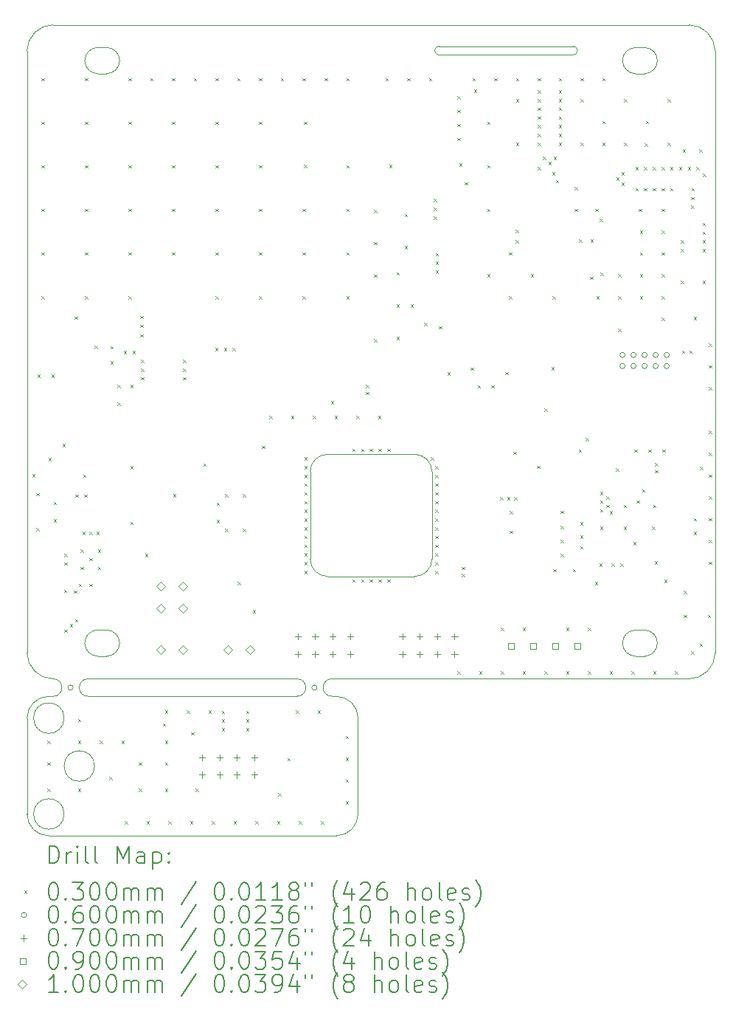
<source format=gbr>
%TF.GenerationSoftware,KiCad,Pcbnew,8.0.2*%
%TF.CreationDate,2024-05-31T14:04:40+07:00*%
%TF.ProjectId,WeatherStation,57656174-6865-4725-9374-6174696f6e2e,rev?*%
%TF.SameCoordinates,Original*%
%TF.FileFunction,Drillmap*%
%TF.FilePolarity,Positive*%
%FSLAX45Y45*%
G04 Gerber Fmt 4.5, Leading zero omitted, Abs format (unit mm)*
G04 Created by KiCad (PCBNEW 8.0.2) date 2024-05-31 14:04:40*
%MOMM*%
%LPD*%
G01*
G04 APERTURE LIST*
%ADD10C,0.100000*%
%ADD11C,0.010000*%
%ADD12C,0.200000*%
G04 APERTURE END LIST*
D10*
X19950090Y-9850000D02*
X20050000Y-9850000D01*
X19437500Y-10410000D02*
G75*
G02*
X19437500Y-10610000I0J-100000D01*
G01*
X25975000Y-3320000D02*
G75*
G02*
X26124920Y-3170000I150000J0D01*
G01*
X19387500Y-12210000D02*
X22687480Y-12210000D01*
X26225000Y-3170000D02*
G75*
G02*
X26375000Y-3319920I0J-150000D01*
G01*
X22467490Y-10510000D02*
G75*
G02*
X22407490Y-10510000I-30000J0D01*
G01*
X22407490Y-10510000D02*
G75*
G02*
X22467490Y-10510000I30000J0D01*
G01*
X20050000Y-3170000D02*
G75*
G02*
X20200000Y-3319920I0J-150000D01*
G01*
X19950000Y-3470000D02*
G75*
G02*
X19800000Y-3320080I0J150000D01*
G01*
X22237490Y-10410000D02*
G75*
G02*
X22237490Y-10610000I0J-100000D01*
G01*
X22937490Y-11960000D02*
X22937490Y-10860000D01*
X20050000Y-9850000D02*
G75*
G02*
X20200000Y-9999920I0J-150000D01*
G01*
X22937480Y-11960000D02*
G75*
G02*
X22687480Y-12210000I-250000J0D01*
G01*
X25975000Y-10000000D02*
G75*
G02*
X26124920Y-9850000I150000J0D01*
G01*
X19667500Y-10510000D02*
G75*
G02*
X19607500Y-10510000I-30000J0D01*
G01*
X19607500Y-10510000D02*
G75*
G02*
X19667500Y-10510000I30000J0D01*
G01*
X22637490Y-10410000D02*
X26737500Y-10410000D01*
X22387500Y-8035000D02*
X22387500Y-9035000D01*
X19950090Y-3170000D02*
X20050000Y-3170000D01*
X27037500Y-10109990D02*
X27037500Y-3210000D01*
X26125000Y-10150000D02*
X26225000Y-10150000D01*
X25457135Y-3205000D02*
G75*
G02*
X25407135Y-3255005I-50005J0D01*
G01*
X19837500Y-10410000D02*
X22237490Y-10410000D01*
X26375000Y-3320000D02*
G75*
G02*
X26225080Y-3470000I-150000J0D01*
G01*
X20200000Y-10000000D02*
G75*
G02*
X20050080Y-10150000I-150000J0D01*
G01*
X23587500Y-7835000D02*
G75*
G02*
X23787500Y-8035000I0J-200000D01*
G01*
X19837500Y-10610000D02*
G75*
G02*
X19837500Y-10410000I0J100000D01*
G01*
X19437500Y-10610000D02*
X19387500Y-10610000D01*
D11*
X19562500Y-11960000D02*
G75*
G02*
X19212500Y-11960000I-175000J0D01*
G01*
X19212500Y-11960000D02*
G75*
G02*
X19562500Y-11960000I175000J0D01*
G01*
D10*
X23587500Y-7835000D02*
X22587500Y-7835000D01*
X26125090Y-3170000D02*
X26225000Y-3170000D01*
X23787500Y-9035000D02*
G75*
G02*
X23587500Y-9235000I-200000J0D01*
G01*
X19950000Y-10150000D02*
X20050000Y-10150000D01*
X26125000Y-3470000D02*
G75*
G02*
X25975000Y-3320080I0J150000D01*
G01*
X27037500Y-10110000D02*
G75*
G02*
X26737500Y-10410000I-300000J0D01*
G01*
X19137500Y-10860000D02*
G75*
G02*
X19387500Y-10610000I250000J0D01*
G01*
X25407135Y-3255000D02*
X23867490Y-3255000D01*
X22687490Y-10610000D02*
G75*
G02*
X22937490Y-10860000I0J-250000D01*
G01*
X19950000Y-3470000D02*
X20050000Y-3470000D01*
X23817490Y-3205000D02*
G75*
G02*
X23867490Y-3155000I50000J0D01*
G01*
X19137500Y-3210000D02*
G75*
G02*
X19437500Y-2910000I300000J0D01*
G01*
D11*
X19912500Y-11410000D02*
G75*
G02*
X19562500Y-11410000I-175000J0D01*
G01*
X19562500Y-11410000D02*
G75*
G02*
X19912500Y-11410000I175000J0D01*
G01*
D10*
X19800000Y-3320000D02*
G75*
G02*
X19949920Y-3170000I150000J0D01*
G01*
X26225000Y-9850000D02*
G75*
G02*
X26375000Y-9999920I0J-150000D01*
G01*
X22637490Y-10610000D02*
G75*
G02*
X22637490Y-10410000I0J100000D01*
G01*
X19950000Y-10150000D02*
G75*
G02*
X19800000Y-10000080I0J150000D01*
G01*
X22587500Y-9235000D02*
G75*
G02*
X22387500Y-9035000I0J200000D01*
G01*
X19800000Y-10000000D02*
G75*
G02*
X19949920Y-9850000I150000J0D01*
G01*
X19387500Y-12210080D02*
G75*
G02*
X19137500Y-11960080I0J250000D01*
G01*
X23867490Y-3155000D02*
X25407135Y-3155000D01*
X22387500Y-8035000D02*
G75*
G02*
X22587500Y-7835000I200000J0D01*
G01*
X26125000Y-3470000D02*
X26225000Y-3470000D01*
D11*
X19562500Y-10860000D02*
G75*
G02*
X19212500Y-10860000I-175000J0D01*
G01*
X19212500Y-10860000D02*
G75*
G02*
X19562500Y-10860000I175000J0D01*
G01*
D10*
X19137500Y-11960000D02*
X19137500Y-10860000D01*
X22587500Y-9235000D02*
X23587500Y-9235000D01*
X19137500Y-10109990D02*
X19137500Y-3210000D01*
X20200000Y-3320000D02*
G75*
G02*
X20050080Y-3470000I-150000J0D01*
G01*
X19437500Y-10410000D02*
G75*
G02*
X19137500Y-10110000I0J300000D01*
G01*
X19437500Y-2910000D02*
X26737500Y-2910000D01*
X26125090Y-9850000D02*
X26225000Y-9850000D01*
X23787500Y-9035000D02*
X23787500Y-8035000D01*
X19837500Y-10610000D02*
X22237490Y-10610000D01*
X26375000Y-10000000D02*
G75*
G02*
X26225080Y-10150000I-150000J0D01*
G01*
X23867490Y-3255000D02*
G75*
G02*
X23817490Y-3205000I0J50000D01*
G01*
X26125000Y-10150000D02*
G75*
G02*
X25975000Y-10000080I0J150000D01*
G01*
X25407135Y-3155000D02*
G75*
G02*
X25457130Y-3205000I-5J-50000D01*
G01*
X22687490Y-10610000D02*
X22637490Y-10610000D01*
X26737500Y-2910000D02*
G75*
G02*
X27037500Y-3210000I0J-300000D01*
G01*
D12*
D10*
X19197490Y-8062500D02*
X19227490Y-8092500D01*
X19227490Y-8062500D02*
X19197490Y-8092500D01*
X19242490Y-8280000D02*
X19272490Y-8310000D01*
X19272490Y-8280000D02*
X19242490Y-8310000D01*
X19242490Y-8680000D02*
X19272490Y-8710000D01*
X19272490Y-8680000D02*
X19242490Y-8710000D01*
X19257490Y-6917500D02*
X19287490Y-6947500D01*
X19287490Y-6917500D02*
X19257490Y-6947500D01*
X19302490Y-3520000D02*
X19332490Y-3550000D01*
X19332490Y-3520000D02*
X19302490Y-3550000D01*
X19302490Y-4020000D02*
X19332490Y-4050000D01*
X19332490Y-4020000D02*
X19302490Y-4050000D01*
X19302490Y-4520000D02*
X19332490Y-4550000D01*
X19332490Y-4520000D02*
X19302490Y-4550000D01*
X19302490Y-5020000D02*
X19332490Y-5050000D01*
X19332490Y-5020000D02*
X19302490Y-5050000D01*
X19302490Y-5520000D02*
X19332490Y-5550000D01*
X19332490Y-5520000D02*
X19302490Y-5550000D01*
X19302490Y-6020000D02*
X19332490Y-6050000D01*
X19332490Y-6020000D02*
X19302490Y-6050000D01*
X19372500Y-11120000D02*
X19402500Y-11150000D01*
X19402500Y-11120000D02*
X19372500Y-11150000D01*
X19372500Y-11370000D02*
X19402500Y-11400000D01*
X19402500Y-11370000D02*
X19372500Y-11400000D01*
X19372500Y-11670000D02*
X19402500Y-11700000D01*
X19402500Y-11670000D02*
X19372500Y-11700000D01*
X19384990Y-7876000D02*
X19414990Y-7906000D01*
X19414990Y-7876000D02*
X19384990Y-7906000D01*
X19417490Y-6917500D02*
X19447490Y-6947500D01*
X19447490Y-6917500D02*
X19417490Y-6947500D01*
X19442490Y-8380000D02*
X19472490Y-8410000D01*
X19472490Y-8380000D02*
X19442490Y-8410000D01*
X19442490Y-8580000D02*
X19472490Y-8610000D01*
X19472490Y-8580000D02*
X19442490Y-8610000D01*
X19544990Y-7716000D02*
X19574990Y-7746000D01*
X19574990Y-7716000D02*
X19544990Y-7746000D01*
X19562490Y-9386000D02*
X19592490Y-9416000D01*
X19592490Y-9386000D02*
X19562490Y-9416000D01*
X19567490Y-8975000D02*
X19597490Y-9005000D01*
X19597490Y-8975000D02*
X19567490Y-9005000D01*
X19567490Y-9075000D02*
X19597490Y-9105000D01*
X19597490Y-9075000D02*
X19567490Y-9105000D01*
X19567490Y-9845000D02*
X19597490Y-9875000D01*
X19597490Y-9845000D02*
X19567490Y-9875000D01*
X19627490Y-9780000D02*
X19657490Y-9810000D01*
X19657490Y-9780000D02*
X19627490Y-9810000D01*
X19677490Y-9395000D02*
X19707490Y-9425000D01*
X19707490Y-9395000D02*
X19677490Y-9425000D01*
X19682490Y-6255000D02*
X19712490Y-6285000D01*
X19712490Y-6255000D02*
X19682490Y-6285000D01*
X19687490Y-9725000D02*
X19717490Y-9755000D01*
X19717490Y-9725000D02*
X19687490Y-9755000D01*
X19692490Y-8295000D02*
X19722490Y-8325000D01*
X19722490Y-8295000D02*
X19692490Y-8325000D01*
X19722500Y-10870000D02*
X19752500Y-10900000D01*
X19752500Y-10870000D02*
X19722500Y-10900000D01*
X19722500Y-11120000D02*
X19752500Y-11150000D01*
X19752500Y-11120000D02*
X19722500Y-11150000D01*
X19722500Y-11670000D02*
X19752500Y-11700000D01*
X19752500Y-11670000D02*
X19722500Y-11700000D01*
X19732490Y-9320000D02*
X19762490Y-9350000D01*
X19762490Y-9320000D02*
X19732490Y-9350000D01*
X19752490Y-8925000D02*
X19782490Y-8955000D01*
X19782490Y-8925000D02*
X19752490Y-8955000D01*
X19752490Y-9125000D02*
X19782490Y-9155000D01*
X19782490Y-9125000D02*
X19752490Y-9155000D01*
X19772490Y-8725000D02*
X19802490Y-8755000D01*
X19802490Y-8725000D02*
X19772490Y-8755000D01*
X19779990Y-8066000D02*
X19809990Y-8096000D01*
X19809990Y-8066000D02*
X19779990Y-8096000D01*
X19792490Y-8295000D02*
X19822490Y-8325000D01*
X19822490Y-8295000D02*
X19792490Y-8325000D01*
X19802490Y-3520000D02*
X19832490Y-3550000D01*
X19832490Y-3520000D02*
X19802490Y-3550000D01*
X19802490Y-4020000D02*
X19832490Y-4050000D01*
X19832490Y-4020000D02*
X19802490Y-4050000D01*
X19802490Y-4520000D02*
X19832490Y-4550000D01*
X19832490Y-4520000D02*
X19802490Y-4550000D01*
X19802490Y-5020000D02*
X19832490Y-5050000D01*
X19832490Y-5020000D02*
X19802490Y-5050000D01*
X19802490Y-5520000D02*
X19832490Y-5550000D01*
X19832490Y-5520000D02*
X19802490Y-5550000D01*
X19802490Y-6020000D02*
X19832490Y-6050000D01*
X19832490Y-6020000D02*
X19802490Y-6050000D01*
X19852490Y-8725000D02*
X19882490Y-8755000D01*
X19882490Y-8725000D02*
X19852490Y-8755000D01*
X19852490Y-9025000D02*
X19882490Y-9055000D01*
X19882490Y-9025000D02*
X19852490Y-9055000D01*
X19852490Y-9320000D02*
X19882490Y-9350000D01*
X19882490Y-9320000D02*
X19852490Y-9350000D01*
X19914990Y-6590000D02*
X19944990Y-6620000D01*
X19944990Y-6590000D02*
X19914990Y-6620000D01*
X19932490Y-8725000D02*
X19962490Y-8755000D01*
X19962490Y-8725000D02*
X19932490Y-8755000D01*
X19952490Y-8925000D02*
X19982490Y-8955000D01*
X19982490Y-8925000D02*
X19952490Y-8955000D01*
X19952490Y-9125000D02*
X19982490Y-9155000D01*
X19982490Y-9125000D02*
X19952490Y-9155000D01*
X19972500Y-11120000D02*
X20002500Y-11150000D01*
X20002500Y-11120000D02*
X19972500Y-11150000D01*
X20080000Y-11535000D02*
X20110000Y-11565000D01*
X20110000Y-11535000D02*
X20080000Y-11565000D01*
X20094990Y-6592500D02*
X20124990Y-6622500D01*
X20124990Y-6592500D02*
X20094990Y-6622500D01*
X20094990Y-6765000D02*
X20124990Y-6795000D01*
X20124990Y-6765000D02*
X20094990Y-6795000D01*
X20174990Y-7040000D02*
X20204990Y-7070000D01*
X20204990Y-7040000D02*
X20174990Y-7070000D01*
X20174990Y-7240000D02*
X20204990Y-7270000D01*
X20204990Y-7240000D02*
X20174990Y-7270000D01*
X20222500Y-11120000D02*
X20252500Y-11150000D01*
X20252500Y-11120000D02*
X20222500Y-11150000D01*
X20247490Y-6650000D02*
X20277490Y-6680000D01*
X20277490Y-6650000D02*
X20247490Y-6680000D01*
X20260000Y-12042500D02*
X20290000Y-12072500D01*
X20290000Y-12042500D02*
X20260000Y-12072500D01*
X20302490Y-3520000D02*
X20332490Y-3550000D01*
X20332490Y-3520000D02*
X20302490Y-3550000D01*
X20302490Y-4020000D02*
X20332490Y-4050000D01*
X20332490Y-4020000D02*
X20302490Y-4050000D01*
X20302490Y-4520000D02*
X20332490Y-4550000D01*
X20332490Y-4520000D02*
X20302490Y-4550000D01*
X20302490Y-5020000D02*
X20332490Y-5050000D01*
X20332490Y-5020000D02*
X20302490Y-5050000D01*
X20302490Y-5520000D02*
X20332490Y-5550000D01*
X20332490Y-5520000D02*
X20302490Y-5550000D01*
X20302490Y-6020000D02*
X20332490Y-6050000D01*
X20332490Y-6020000D02*
X20302490Y-6050000D01*
X20324990Y-7040000D02*
X20354990Y-7070000D01*
X20354990Y-7040000D02*
X20324990Y-7070000D01*
X20324990Y-7970000D02*
X20354990Y-8000000D01*
X20354990Y-7970000D02*
X20324990Y-8000000D01*
X20324990Y-8610000D02*
X20354990Y-8640000D01*
X20354990Y-8610000D02*
X20324990Y-8640000D01*
X20347490Y-6650000D02*
X20377490Y-6680000D01*
X20377490Y-6650000D02*
X20347490Y-6680000D01*
X20422500Y-11370000D02*
X20452500Y-11400000D01*
X20452500Y-11370000D02*
X20422500Y-11400000D01*
X20422500Y-11670000D02*
X20452500Y-11700000D01*
X20452500Y-11670000D02*
X20422500Y-11700000D01*
X20437490Y-6245000D02*
X20467490Y-6275000D01*
X20467490Y-6245000D02*
X20437490Y-6275000D01*
X20437490Y-6350000D02*
X20467490Y-6380000D01*
X20467490Y-6350000D02*
X20437490Y-6380000D01*
X20437490Y-6460000D02*
X20467490Y-6490000D01*
X20467490Y-6460000D02*
X20437490Y-6490000D01*
X20447490Y-6750000D02*
X20477490Y-6780000D01*
X20477490Y-6750000D02*
X20447490Y-6780000D01*
X20447490Y-6850000D02*
X20477490Y-6880000D01*
X20477490Y-6850000D02*
X20447490Y-6880000D01*
X20447490Y-6950000D02*
X20477490Y-6980000D01*
X20477490Y-6950000D02*
X20447490Y-6980000D01*
X20492490Y-8975000D02*
X20522490Y-9005000D01*
X20522490Y-8975000D02*
X20492490Y-9005000D01*
X20510000Y-12042500D02*
X20540000Y-12072500D01*
X20540000Y-12042500D02*
X20510000Y-12072500D01*
X20552490Y-3520000D02*
X20582490Y-3550000D01*
X20582490Y-3520000D02*
X20552490Y-3550000D01*
X20695000Y-10920000D02*
X20725000Y-10950000D01*
X20725000Y-10920000D02*
X20695000Y-10950000D01*
X20722500Y-10770000D02*
X20752500Y-10800000D01*
X20752500Y-10770000D02*
X20722500Y-10800000D01*
X20722500Y-11120000D02*
X20752500Y-11150000D01*
X20752500Y-11120000D02*
X20722500Y-11150000D01*
X20722500Y-11370000D02*
X20752500Y-11400000D01*
X20752500Y-11370000D02*
X20722500Y-11400000D01*
X20722500Y-11670000D02*
X20752500Y-11700000D01*
X20752500Y-11670000D02*
X20722500Y-11700000D01*
X20760000Y-12042500D02*
X20790000Y-12072500D01*
X20790000Y-12042500D02*
X20760000Y-12072500D01*
X20802490Y-3520000D02*
X20832490Y-3550000D01*
X20832490Y-3520000D02*
X20802490Y-3550000D01*
X20802490Y-4020000D02*
X20832490Y-4050000D01*
X20832490Y-4020000D02*
X20802490Y-4050000D01*
X20802490Y-4520000D02*
X20832490Y-4550000D01*
X20832490Y-4520000D02*
X20802490Y-4550000D01*
X20802490Y-5020000D02*
X20832490Y-5050000D01*
X20832490Y-5020000D02*
X20802490Y-5050000D01*
X20802490Y-5520000D02*
X20832490Y-5550000D01*
X20832490Y-5520000D02*
X20802490Y-5550000D01*
X20812500Y-8289000D02*
X20842500Y-8319000D01*
X20842500Y-8289000D02*
X20812500Y-8319000D01*
X20927490Y-6750000D02*
X20957490Y-6780000D01*
X20957490Y-6750000D02*
X20927490Y-6780000D01*
X20927490Y-6850000D02*
X20957490Y-6880000D01*
X20957490Y-6850000D02*
X20927490Y-6880000D01*
X20927490Y-6950000D02*
X20957490Y-6980000D01*
X20957490Y-6950000D02*
X20927490Y-6980000D01*
X20972500Y-10770000D02*
X21002500Y-10800000D01*
X21002500Y-10770000D02*
X20972500Y-10800000D01*
X21010000Y-12042500D02*
X21040000Y-12072500D01*
X21040000Y-12042500D02*
X21010000Y-12072500D01*
X21022500Y-11020000D02*
X21052500Y-11050000D01*
X21052500Y-11020000D02*
X21022500Y-11050000D01*
X21052490Y-3520000D02*
X21082490Y-3550000D01*
X21082490Y-3520000D02*
X21052490Y-3550000D01*
X21072500Y-11670000D02*
X21102500Y-11700000D01*
X21102500Y-11670000D02*
X21072500Y-11700000D01*
X21162500Y-7939000D02*
X21192500Y-7969000D01*
X21192500Y-7939000D02*
X21162500Y-7969000D01*
X21222500Y-10770000D02*
X21252500Y-10800000D01*
X21252500Y-10770000D02*
X21222500Y-10800000D01*
X21260000Y-12042500D02*
X21290000Y-12072500D01*
X21290000Y-12042500D02*
X21260000Y-12072500D01*
X21297500Y-6614000D02*
X21327500Y-6644000D01*
X21327500Y-6614000D02*
X21297500Y-6644000D01*
X21302490Y-3520000D02*
X21332490Y-3550000D01*
X21332490Y-3520000D02*
X21302490Y-3550000D01*
X21302490Y-4020000D02*
X21332490Y-4050000D01*
X21332490Y-4020000D02*
X21302490Y-4050000D01*
X21302490Y-4520000D02*
X21332490Y-4550000D01*
X21332490Y-4520000D02*
X21302490Y-4550000D01*
X21302490Y-5020000D02*
X21332490Y-5050000D01*
X21332490Y-5020000D02*
X21302490Y-5050000D01*
X21302490Y-5520000D02*
X21332490Y-5550000D01*
X21332490Y-5520000D02*
X21302490Y-5550000D01*
X21302490Y-6020000D02*
X21332490Y-6050000D01*
X21332490Y-6020000D02*
X21302490Y-6050000D01*
X21312500Y-8389000D02*
X21342500Y-8419000D01*
X21342500Y-8389000D02*
X21312500Y-8419000D01*
X21312500Y-8589000D02*
X21342500Y-8619000D01*
X21342500Y-8589000D02*
X21312500Y-8619000D01*
X21372500Y-10775000D02*
X21402500Y-10805000D01*
X21402500Y-10775000D02*
X21372500Y-10805000D01*
X21372500Y-10875000D02*
X21402500Y-10905000D01*
X21402500Y-10875000D02*
X21372500Y-10905000D01*
X21372500Y-10975000D02*
X21402500Y-11005000D01*
X21402500Y-10975000D02*
X21372500Y-11005000D01*
X21397500Y-6614000D02*
X21427500Y-6644000D01*
X21427500Y-6614000D02*
X21397500Y-6644000D01*
X21412500Y-8289000D02*
X21442500Y-8319000D01*
X21442500Y-8289000D02*
X21412500Y-8319000D01*
X21412500Y-8689000D02*
X21442500Y-8719000D01*
X21442500Y-8689000D02*
X21412500Y-8719000D01*
X21497500Y-6614000D02*
X21527500Y-6644000D01*
X21527500Y-6614000D02*
X21497500Y-6644000D01*
X21510000Y-12042500D02*
X21540000Y-12072500D01*
X21540000Y-12042500D02*
X21510000Y-12072500D01*
X21552490Y-3520000D02*
X21582490Y-3550000D01*
X21582490Y-3520000D02*
X21552490Y-3550000D01*
X21554500Y-9300000D02*
X21584500Y-9330000D01*
X21584500Y-9300000D02*
X21554500Y-9330000D01*
X21612500Y-8289000D02*
X21642500Y-8319000D01*
X21642500Y-8289000D02*
X21612500Y-8319000D01*
X21612500Y-8689000D02*
X21642500Y-8719000D01*
X21642500Y-8689000D02*
X21612500Y-8719000D01*
X21652500Y-10775000D02*
X21682500Y-10805000D01*
X21682500Y-10775000D02*
X21652500Y-10805000D01*
X21652500Y-10875000D02*
X21682500Y-10905000D01*
X21682500Y-10875000D02*
X21652500Y-10905000D01*
X21652500Y-10975000D02*
X21682500Y-11005000D01*
X21682500Y-10975000D02*
X21652500Y-11005000D01*
X21727000Y-9620000D02*
X21757000Y-9650000D01*
X21757000Y-9620000D02*
X21727000Y-9650000D01*
X21760000Y-12042500D02*
X21790000Y-12072500D01*
X21790000Y-12042500D02*
X21760000Y-12072500D01*
X21802490Y-3520000D02*
X21832490Y-3550000D01*
X21832490Y-3520000D02*
X21802490Y-3550000D01*
X21802490Y-4020000D02*
X21832490Y-4050000D01*
X21832490Y-4020000D02*
X21802490Y-4050000D01*
X21802490Y-4520000D02*
X21832490Y-4550000D01*
X21832490Y-4520000D02*
X21802490Y-4550000D01*
X21802490Y-5020000D02*
X21832490Y-5050000D01*
X21832490Y-5020000D02*
X21802490Y-5050000D01*
X21802490Y-5520000D02*
X21832490Y-5550000D01*
X21832490Y-5520000D02*
X21802490Y-5550000D01*
X21802490Y-6020000D02*
X21832490Y-6050000D01*
X21832490Y-6020000D02*
X21802490Y-6050000D01*
X21832490Y-7735000D02*
X21862490Y-7765000D01*
X21862490Y-7735000D02*
X21832490Y-7765000D01*
X21917500Y-7394000D02*
X21947500Y-7424000D01*
X21947500Y-7394000D02*
X21917500Y-7424000D01*
X22010000Y-12042500D02*
X22040000Y-12072500D01*
X22040000Y-12042500D02*
X22010000Y-12072500D01*
X22022500Y-11720000D02*
X22052500Y-11750000D01*
X22052500Y-11720000D02*
X22022500Y-11750000D01*
X22052490Y-3520000D02*
X22082490Y-3550000D01*
X22082490Y-3520000D02*
X22052490Y-3550000D01*
X22127500Y-11320000D02*
X22157500Y-11350000D01*
X22157500Y-11320000D02*
X22127500Y-11350000D01*
X22167500Y-7394000D02*
X22197500Y-7424000D01*
X22197500Y-7394000D02*
X22167500Y-7424000D01*
X22222500Y-10770000D02*
X22252500Y-10800000D01*
X22252500Y-10770000D02*
X22222500Y-10800000D01*
X22260000Y-12042500D02*
X22290000Y-12072500D01*
X22290000Y-12042500D02*
X22260000Y-12072500D01*
X22302490Y-3520000D02*
X22332490Y-3550000D01*
X22332490Y-3520000D02*
X22302490Y-3550000D01*
X22302490Y-5020000D02*
X22332490Y-5050000D01*
X22332490Y-5020000D02*
X22302490Y-5050000D01*
X22302490Y-5520000D02*
X22332490Y-5550000D01*
X22332490Y-5520000D02*
X22302490Y-5550000D01*
X22302490Y-6020000D02*
X22332490Y-6050000D01*
X22332490Y-6020000D02*
X22302490Y-6050000D01*
X22319500Y-4020000D02*
X22349500Y-4050000D01*
X22349500Y-4020000D02*
X22319500Y-4050000D01*
X22319500Y-4516000D02*
X22349500Y-4546000D01*
X22349500Y-4516000D02*
X22319500Y-4546000D01*
X22322500Y-7870000D02*
X22352500Y-7900000D01*
X22352500Y-7870000D02*
X22322500Y-7900000D01*
X22322500Y-7970000D02*
X22352500Y-8000000D01*
X22352500Y-7970000D02*
X22322500Y-8000000D01*
X22322500Y-8070000D02*
X22352500Y-8100000D01*
X22352500Y-8070000D02*
X22322500Y-8100000D01*
X22322500Y-8170000D02*
X22352500Y-8200000D01*
X22352500Y-8170000D02*
X22322500Y-8200000D01*
X22322500Y-8270000D02*
X22352500Y-8300000D01*
X22352500Y-8270000D02*
X22322500Y-8300000D01*
X22322500Y-8370000D02*
X22352500Y-8400000D01*
X22352500Y-8370000D02*
X22322500Y-8400000D01*
X22322500Y-8470000D02*
X22352500Y-8500000D01*
X22352500Y-8470000D02*
X22322500Y-8500000D01*
X22322500Y-8570000D02*
X22352500Y-8600000D01*
X22352500Y-8570000D02*
X22322500Y-8600000D01*
X22322500Y-8670000D02*
X22352500Y-8700000D01*
X22352500Y-8670000D02*
X22322500Y-8700000D01*
X22322500Y-8770000D02*
X22352500Y-8800000D01*
X22352500Y-8770000D02*
X22322500Y-8800000D01*
X22322500Y-8870000D02*
X22352500Y-8900000D01*
X22352500Y-8870000D02*
X22322500Y-8900000D01*
X22322500Y-8970000D02*
X22352500Y-9000000D01*
X22352500Y-8970000D02*
X22322500Y-9000000D01*
X22322500Y-9070000D02*
X22352500Y-9100000D01*
X22352500Y-9070000D02*
X22322500Y-9100000D01*
X22322500Y-9170000D02*
X22352500Y-9200000D01*
X22352500Y-9170000D02*
X22322500Y-9200000D01*
X22417500Y-7394000D02*
X22447500Y-7424000D01*
X22447500Y-7394000D02*
X22417500Y-7424000D01*
X22472500Y-10770000D02*
X22502500Y-10800000D01*
X22502500Y-10770000D02*
X22472500Y-10800000D01*
X22510000Y-12042500D02*
X22540000Y-12072500D01*
X22540000Y-12042500D02*
X22510000Y-12072500D01*
X22552490Y-3520000D02*
X22582490Y-3550000D01*
X22582490Y-3520000D02*
X22552490Y-3550000D01*
X22627500Y-7224000D02*
X22657500Y-7254000D01*
X22657500Y-7224000D02*
X22627500Y-7254000D01*
X22667500Y-7394000D02*
X22697500Y-7424000D01*
X22697500Y-7394000D02*
X22667500Y-7424000D01*
X22797500Y-11065000D02*
X22827500Y-11095000D01*
X22827500Y-11065000D02*
X22797500Y-11095000D01*
X22797500Y-11315000D02*
X22827500Y-11345000D01*
X22827500Y-11315000D02*
X22797500Y-11345000D01*
X22797500Y-11565000D02*
X22827500Y-11595000D01*
X22827500Y-11565000D02*
X22797500Y-11595000D01*
X22797500Y-11815000D02*
X22827500Y-11845000D01*
X22827500Y-11815000D02*
X22797500Y-11845000D01*
X22802490Y-3520000D02*
X22832490Y-3550000D01*
X22832490Y-3520000D02*
X22802490Y-3550000D01*
X22802490Y-4520000D02*
X22832490Y-4550000D01*
X22832490Y-4520000D02*
X22802490Y-4550000D01*
X22802490Y-5020000D02*
X22832490Y-5050000D01*
X22832490Y-5020000D02*
X22802490Y-5050000D01*
X22802490Y-5520000D02*
X22832490Y-5550000D01*
X22832490Y-5520000D02*
X22802490Y-5550000D01*
X22802490Y-6020000D02*
X22832490Y-6050000D01*
X22832490Y-6020000D02*
X22802490Y-6050000D01*
X22872500Y-7770000D02*
X22902500Y-7800000D01*
X22902500Y-7770000D02*
X22872500Y-7800000D01*
X22872500Y-9270000D02*
X22902500Y-9300000D01*
X22902500Y-9270000D02*
X22872500Y-9300000D01*
X22917500Y-7394000D02*
X22947500Y-7424000D01*
X22947500Y-7394000D02*
X22917500Y-7424000D01*
X22972500Y-7770000D02*
X23002500Y-7800000D01*
X23002500Y-7770000D02*
X22972500Y-7800000D01*
X22972500Y-9270000D02*
X23002500Y-9300000D01*
X23002500Y-9270000D02*
X22972500Y-9300000D01*
X23027500Y-7039000D02*
X23057500Y-7069000D01*
X23057500Y-7039000D02*
X23027500Y-7069000D01*
X23027500Y-7119000D02*
X23057500Y-7149000D01*
X23057500Y-7119000D02*
X23027500Y-7149000D01*
X23072500Y-7770000D02*
X23102500Y-7800000D01*
X23102500Y-7770000D02*
X23072500Y-7800000D01*
X23072500Y-9270000D02*
X23102500Y-9300000D01*
X23102500Y-9270000D02*
X23072500Y-9300000D01*
X23119500Y-5031000D02*
X23149500Y-5061000D01*
X23149500Y-5031000D02*
X23119500Y-5061000D01*
X23119500Y-5401000D02*
X23149500Y-5431000D01*
X23149500Y-5401000D02*
X23119500Y-5431000D01*
X23119500Y-5771000D02*
X23149500Y-5801000D01*
X23149500Y-5771000D02*
X23119500Y-5801000D01*
X23119500Y-6511000D02*
X23149500Y-6541000D01*
X23149500Y-6511000D02*
X23119500Y-6541000D01*
X23167500Y-7394000D02*
X23197500Y-7424000D01*
X23197500Y-7394000D02*
X23167500Y-7424000D01*
X23172500Y-7770000D02*
X23202500Y-7800000D01*
X23202500Y-7770000D02*
X23172500Y-7800000D01*
X23172500Y-9270000D02*
X23202500Y-9300000D01*
X23202500Y-9270000D02*
X23172500Y-9300000D01*
X23252490Y-3520000D02*
X23282490Y-3550000D01*
X23282490Y-3520000D02*
X23252490Y-3550000D01*
X23272500Y-7770000D02*
X23302500Y-7800000D01*
X23302500Y-7770000D02*
X23272500Y-7800000D01*
X23272500Y-9270000D02*
X23302500Y-9300000D01*
X23302500Y-9270000D02*
X23272500Y-9300000D01*
X23296495Y-4514005D02*
X23326495Y-4544005D01*
X23326495Y-4514005D02*
X23296495Y-4544005D01*
X23379500Y-5746000D02*
X23409500Y-5776000D01*
X23409500Y-5746000D02*
X23379500Y-5776000D01*
X23379500Y-6116000D02*
X23409500Y-6146000D01*
X23409500Y-6116000D02*
X23379500Y-6146000D01*
X23379500Y-6486000D02*
X23409500Y-6516000D01*
X23409500Y-6486000D02*
X23379500Y-6516000D01*
X23474500Y-5078500D02*
X23504500Y-5108500D01*
X23504500Y-5078500D02*
X23474500Y-5108500D01*
X23474500Y-5448500D02*
X23504500Y-5478500D01*
X23504500Y-5448500D02*
X23474500Y-5478500D01*
X23502490Y-3520000D02*
X23532490Y-3550000D01*
X23532490Y-3520000D02*
X23502490Y-3550000D01*
X23539500Y-6116000D02*
X23569500Y-6146000D01*
X23569500Y-6116000D02*
X23539500Y-6146000D01*
X23699500Y-6328500D02*
X23729500Y-6358500D01*
X23729500Y-6328500D02*
X23699500Y-6358500D01*
X23752490Y-3520000D02*
X23782490Y-3550000D01*
X23782490Y-3520000D02*
X23752490Y-3550000D01*
X23772500Y-7870000D02*
X23802500Y-7900000D01*
X23802500Y-7870000D02*
X23772500Y-7900000D01*
X23809500Y-4906000D02*
X23839500Y-4936000D01*
X23839500Y-4906000D02*
X23809500Y-4936000D01*
X23809500Y-5006000D02*
X23839500Y-5036000D01*
X23839500Y-5006000D02*
X23809500Y-5036000D01*
X23809500Y-5106000D02*
X23839500Y-5136000D01*
X23839500Y-5106000D02*
X23809500Y-5136000D01*
X23822500Y-7970000D02*
X23852500Y-8000000D01*
X23852500Y-7970000D02*
X23822500Y-8000000D01*
X23822500Y-8070000D02*
X23852500Y-8100000D01*
X23852500Y-8070000D02*
X23822500Y-8100000D01*
X23822500Y-8170000D02*
X23852500Y-8200000D01*
X23852500Y-8170000D02*
X23822500Y-8200000D01*
X23822500Y-8270000D02*
X23852500Y-8300000D01*
X23852500Y-8270000D02*
X23822500Y-8300000D01*
X23822500Y-8370000D02*
X23852500Y-8400000D01*
X23852500Y-8370000D02*
X23822500Y-8400000D01*
X23822500Y-8470000D02*
X23852500Y-8500000D01*
X23852500Y-8470000D02*
X23822500Y-8500000D01*
X23822500Y-8570000D02*
X23852500Y-8600000D01*
X23852500Y-8570000D02*
X23822500Y-8600000D01*
X23822500Y-8670000D02*
X23852500Y-8700000D01*
X23852500Y-8670000D02*
X23822500Y-8700000D01*
X23822500Y-8770000D02*
X23852500Y-8800000D01*
X23852500Y-8770000D02*
X23822500Y-8800000D01*
X23822500Y-8870000D02*
X23852500Y-8900000D01*
X23852500Y-8870000D02*
X23822500Y-8900000D01*
X23822500Y-8970000D02*
X23852500Y-9000000D01*
X23852500Y-8970000D02*
X23822500Y-9000000D01*
X23822500Y-9070000D02*
X23852500Y-9100000D01*
X23852500Y-9070000D02*
X23822500Y-9100000D01*
X23822500Y-9170000D02*
X23852500Y-9200000D01*
X23852500Y-9170000D02*
X23822500Y-9200000D01*
X23829500Y-5525000D02*
X23859500Y-5555000D01*
X23859500Y-5525000D02*
X23829500Y-5555000D01*
X23829500Y-5625000D02*
X23859500Y-5655000D01*
X23859500Y-5625000D02*
X23829500Y-5655000D01*
X23829500Y-5725000D02*
X23859500Y-5755000D01*
X23859500Y-5725000D02*
X23829500Y-5755000D01*
X23864500Y-6366000D02*
X23894500Y-6396000D01*
X23894500Y-6366000D02*
X23864500Y-6396000D01*
X23964500Y-6896000D02*
X23994500Y-6926000D01*
X23994500Y-6896000D02*
X23964500Y-6926000D01*
X24076990Y-10325000D02*
X24106990Y-10355000D01*
X24106990Y-10325000D02*
X24076990Y-10355000D01*
X24077000Y-4206000D02*
X24107000Y-4236000D01*
X24107000Y-4206000D02*
X24077000Y-4236000D01*
X24077000Y-3726000D02*
X24107000Y-3756000D01*
X24107000Y-3726000D02*
X24077000Y-3756000D01*
X24077000Y-3886000D02*
X24107000Y-3916000D01*
X24107000Y-3886000D02*
X24077000Y-3916000D01*
X24077000Y-4046000D02*
X24107000Y-4076000D01*
X24107000Y-4046000D02*
X24077000Y-4076000D01*
X24099500Y-4496000D02*
X24129500Y-4526000D01*
X24129500Y-4496000D02*
X24099500Y-4526000D01*
X24127490Y-9125000D02*
X24157490Y-9155000D01*
X24157490Y-9125000D02*
X24127490Y-9155000D01*
X24127490Y-9205000D02*
X24157490Y-9235000D01*
X24157490Y-9205000D02*
X24127490Y-9235000D01*
X24164500Y-4716000D02*
X24194500Y-4746000D01*
X24194500Y-4716000D02*
X24164500Y-4746000D01*
X24229500Y-6841000D02*
X24259500Y-6871000D01*
X24259500Y-6841000D02*
X24229500Y-6871000D01*
X24252490Y-3520000D02*
X24282490Y-3550000D01*
X24282490Y-3520000D02*
X24252490Y-3550000D01*
X24269500Y-3651000D02*
X24299500Y-3681000D01*
X24299500Y-3651000D02*
X24269500Y-3681000D01*
X24309500Y-7041000D02*
X24339500Y-7071000D01*
X24339500Y-7041000D02*
X24309500Y-7071000D01*
X24326990Y-10325000D02*
X24356990Y-10355000D01*
X24356990Y-10325000D02*
X24326990Y-10355000D01*
X24422490Y-4020000D02*
X24452490Y-4050000D01*
X24452490Y-4020000D02*
X24422490Y-4050000D01*
X24422490Y-4520000D02*
X24452490Y-4550000D01*
X24452490Y-4520000D02*
X24422490Y-4550000D01*
X24422490Y-5020000D02*
X24452490Y-5050000D01*
X24452490Y-5020000D02*
X24422490Y-5050000D01*
X24422490Y-5770000D02*
X24452490Y-5800000D01*
X24452490Y-5770000D02*
X24422490Y-5800000D01*
X24469500Y-7041000D02*
X24499500Y-7071000D01*
X24499500Y-7041000D02*
X24469500Y-7071000D01*
X24502490Y-3520000D02*
X24532490Y-3550000D01*
X24532490Y-3520000D02*
X24502490Y-3550000D01*
X24570500Y-8325000D02*
X24600500Y-8355000D01*
X24600500Y-8325000D02*
X24570500Y-8355000D01*
X24576990Y-9825000D02*
X24606990Y-9855000D01*
X24606990Y-9825000D02*
X24576990Y-9855000D01*
X24576990Y-10325000D02*
X24606990Y-10355000D01*
X24606990Y-10325000D02*
X24576990Y-10355000D01*
X24629500Y-6891000D02*
X24659500Y-6921000D01*
X24659500Y-6891000D02*
X24629500Y-6921000D01*
X24650500Y-8325000D02*
X24680500Y-8355000D01*
X24680500Y-8325000D02*
X24650500Y-8355000D01*
X24672490Y-5520000D02*
X24702490Y-5550000D01*
X24702490Y-5520000D02*
X24672490Y-5550000D01*
X24672490Y-6020000D02*
X24702490Y-6050000D01*
X24702490Y-6020000D02*
X24672490Y-6050000D01*
X24680500Y-8485000D02*
X24710500Y-8515000D01*
X24710500Y-8485000D02*
X24680500Y-8515000D01*
X24680500Y-8710000D02*
X24710500Y-8740000D01*
X24710500Y-8710000D02*
X24680500Y-8740000D01*
X24722490Y-7805000D02*
X24752490Y-7835000D01*
X24752490Y-7805000D02*
X24722490Y-7835000D01*
X24730500Y-8325000D02*
X24760500Y-8355000D01*
X24760500Y-8325000D02*
X24730500Y-8355000D01*
X24747490Y-5260000D02*
X24777490Y-5290000D01*
X24777490Y-5260000D02*
X24747490Y-5290000D01*
X24747490Y-5380000D02*
X24777490Y-5410000D01*
X24777490Y-5380000D02*
X24747490Y-5410000D01*
X24752490Y-3520000D02*
X24782490Y-3550000D01*
X24782490Y-3520000D02*
X24752490Y-3550000D01*
X24752490Y-3760000D02*
X24782490Y-3790000D01*
X24782490Y-3760000D02*
X24752490Y-3790000D01*
X24752490Y-4260000D02*
X24782490Y-4290000D01*
X24782490Y-4260000D02*
X24752490Y-4290000D01*
X24826990Y-9825000D02*
X24856990Y-9855000D01*
X24856990Y-9825000D02*
X24826990Y-9855000D01*
X24826990Y-10325000D02*
X24856990Y-10355000D01*
X24856990Y-10325000D02*
X24826990Y-10355000D01*
X24922490Y-5770000D02*
X24952490Y-5800000D01*
X24952490Y-5770000D02*
X24922490Y-5800000D01*
X24992490Y-7965000D02*
X25022490Y-7995000D01*
X25022490Y-7965000D02*
X24992490Y-7995000D01*
X25002490Y-3520000D02*
X25032490Y-3550000D01*
X25032490Y-3520000D02*
X25002490Y-3550000D01*
X25002490Y-3660000D02*
X25032490Y-3690000D01*
X25032490Y-3660000D02*
X25002490Y-3690000D01*
X25002490Y-3760000D02*
X25032490Y-3790000D01*
X25032490Y-3760000D02*
X25002490Y-3790000D01*
X25002490Y-3860000D02*
X25032490Y-3890000D01*
X25032490Y-3860000D02*
X25002490Y-3890000D01*
X25002490Y-3960000D02*
X25032490Y-3990000D01*
X25032490Y-3960000D02*
X25002490Y-3990000D01*
X25002490Y-4060000D02*
X25032490Y-4090000D01*
X25032490Y-4060000D02*
X25002490Y-4090000D01*
X25002490Y-4160000D02*
X25032490Y-4190000D01*
X25032490Y-4160000D02*
X25002490Y-4190000D01*
X25002490Y-4260000D02*
X25032490Y-4290000D01*
X25032490Y-4260000D02*
X25002490Y-4290000D01*
X25002490Y-4540000D02*
X25032490Y-4570000D01*
X25032490Y-4540000D02*
X25002490Y-4570000D01*
X25062490Y-4420000D02*
X25092490Y-4450000D01*
X25092490Y-4420000D02*
X25062490Y-4450000D01*
X25076990Y-10325000D02*
X25106990Y-10355000D01*
X25106990Y-10325000D02*
X25076990Y-10355000D01*
X25079500Y-7311000D02*
X25109500Y-7341000D01*
X25109500Y-7311000D02*
X25079500Y-7341000D01*
X25122490Y-4480000D02*
X25152490Y-4510000D01*
X25152490Y-4480000D02*
X25122490Y-4510000D01*
X25159500Y-6836000D02*
X25189500Y-6866000D01*
X25189500Y-6836000D02*
X25159500Y-6866000D01*
X25167490Y-4600000D02*
X25197490Y-4630000D01*
X25197490Y-4600000D02*
X25167490Y-4630000D01*
X25172490Y-6020000D02*
X25202490Y-6050000D01*
X25202490Y-6020000D02*
X25172490Y-6050000D01*
X25176990Y-9150000D02*
X25206990Y-9180000D01*
X25206990Y-9150000D02*
X25176990Y-9180000D01*
X25182490Y-4420000D02*
X25212490Y-4450000D01*
X25212490Y-4420000D02*
X25182490Y-4450000D01*
X25207490Y-4690000D02*
X25237490Y-4720000D01*
X25237490Y-4690000D02*
X25207490Y-4720000D01*
X25242490Y-3520000D02*
X25272490Y-3550000D01*
X25272490Y-3520000D02*
X25242490Y-3550000D01*
X25242490Y-3660000D02*
X25272490Y-3690000D01*
X25272490Y-3660000D02*
X25242490Y-3690000D01*
X25242490Y-3760000D02*
X25272490Y-3790000D01*
X25272490Y-3760000D02*
X25242490Y-3790000D01*
X25242490Y-3860000D02*
X25272490Y-3890000D01*
X25272490Y-3860000D02*
X25242490Y-3890000D01*
X25242490Y-3960000D02*
X25272490Y-3990000D01*
X25272490Y-3960000D02*
X25242490Y-3990000D01*
X25242490Y-4060000D02*
X25272490Y-4090000D01*
X25272490Y-4060000D02*
X25242490Y-4090000D01*
X25242490Y-4160000D02*
X25272490Y-4190000D01*
X25272490Y-4160000D02*
X25242490Y-4190000D01*
X25242490Y-4260000D02*
X25272490Y-4290000D01*
X25272490Y-4260000D02*
X25242490Y-4290000D01*
X25262490Y-8480000D02*
X25292490Y-8510000D01*
X25292490Y-8480000D02*
X25262490Y-8510000D01*
X25262490Y-8655000D02*
X25292490Y-8685000D01*
X25292490Y-8655000D02*
X25262490Y-8685000D01*
X25262490Y-8815000D02*
X25292490Y-8845000D01*
X25292490Y-8815000D02*
X25262490Y-8845000D01*
X25262490Y-8975000D02*
X25292490Y-9005000D01*
X25292490Y-8975000D02*
X25262490Y-9005000D01*
X25326990Y-9825000D02*
X25356990Y-9855000D01*
X25356990Y-9825000D02*
X25326990Y-9855000D01*
X25326990Y-10325000D02*
X25356990Y-10355000D01*
X25356990Y-10325000D02*
X25326990Y-10355000D01*
X25401990Y-9150000D02*
X25431990Y-9180000D01*
X25431990Y-9150000D02*
X25401990Y-9180000D01*
X25422490Y-4770000D02*
X25452490Y-4800000D01*
X25452490Y-4770000D02*
X25422490Y-4800000D01*
X25422490Y-5020000D02*
X25452490Y-5050000D01*
X25452490Y-5020000D02*
X25422490Y-5050000D01*
X25472490Y-7780000D02*
X25502490Y-7810000D01*
X25502490Y-7780000D02*
X25472490Y-7810000D01*
X25477490Y-5370000D02*
X25507490Y-5400000D01*
X25507490Y-5370000D02*
X25477490Y-5400000D01*
X25487490Y-8615000D02*
X25517490Y-8645000D01*
X25517490Y-8615000D02*
X25487490Y-8645000D01*
X25487490Y-8765000D02*
X25517490Y-8795000D01*
X25517490Y-8765000D02*
X25487490Y-8795000D01*
X25487490Y-8890000D02*
X25517490Y-8920000D01*
X25517490Y-8890000D02*
X25487490Y-8920000D01*
X25492490Y-3520000D02*
X25522490Y-3550000D01*
X25522490Y-3520000D02*
X25492490Y-3550000D01*
X25492490Y-3760000D02*
X25522490Y-3790000D01*
X25522490Y-3760000D02*
X25492490Y-3790000D01*
X25492490Y-4260000D02*
X25522490Y-4290000D01*
X25522490Y-4260000D02*
X25492490Y-4290000D01*
X25552490Y-7647500D02*
X25582490Y-7677500D01*
X25582490Y-7647500D02*
X25552490Y-7677500D01*
X25576990Y-9825000D02*
X25606990Y-9855000D01*
X25606990Y-9825000D02*
X25576990Y-9855000D01*
X25576990Y-10325000D02*
X25606990Y-10355000D01*
X25606990Y-10325000D02*
X25576990Y-10355000D01*
X25602995Y-5799495D02*
X25632995Y-5829495D01*
X25632995Y-5799495D02*
X25602995Y-5829495D01*
X25607490Y-5370000D02*
X25637490Y-5400000D01*
X25637490Y-5370000D02*
X25607490Y-5400000D01*
X25657490Y-9300000D02*
X25687490Y-9330000D01*
X25687490Y-9300000D02*
X25657490Y-9330000D01*
X25662490Y-5020000D02*
X25692490Y-5050000D01*
X25692490Y-5020000D02*
X25662490Y-5050000D01*
X25672490Y-6020000D02*
X25702490Y-6050000D01*
X25702490Y-6020000D02*
X25672490Y-6050000D01*
X25707490Y-9085000D02*
X25737490Y-9115000D01*
X25737490Y-9085000D02*
X25707490Y-9115000D01*
X25712490Y-5135000D02*
X25742490Y-5165000D01*
X25742490Y-5135000D02*
X25712490Y-5165000D01*
X25717490Y-8265000D02*
X25747490Y-8295000D01*
X25747490Y-8265000D02*
X25717490Y-8295000D01*
X25717490Y-8365000D02*
X25747490Y-8395000D01*
X25747490Y-8365000D02*
X25717490Y-8395000D01*
X25717490Y-8465000D02*
X25747490Y-8495000D01*
X25747490Y-8465000D02*
X25717490Y-8495000D01*
X25717490Y-8665000D02*
X25747490Y-8695000D01*
X25747490Y-8665000D02*
X25717490Y-8695000D01*
X25722490Y-5750000D02*
X25752490Y-5780000D01*
X25752490Y-5750000D02*
X25722490Y-5780000D01*
X25742490Y-3520000D02*
X25772490Y-3550000D01*
X25772490Y-3520000D02*
X25742490Y-3550000D01*
X25742490Y-4010000D02*
X25772490Y-4040000D01*
X25772490Y-4010000D02*
X25742490Y-4040000D01*
X25742490Y-4260000D02*
X25772490Y-4290000D01*
X25772490Y-4260000D02*
X25742490Y-4290000D01*
X25787490Y-8315000D02*
X25817490Y-8345000D01*
X25817490Y-8315000D02*
X25787490Y-8345000D01*
X25787490Y-8415000D02*
X25817490Y-8445000D01*
X25817490Y-8415000D02*
X25787490Y-8445000D01*
X25826990Y-10325000D02*
X25856990Y-10355000D01*
X25856990Y-10325000D02*
X25826990Y-10355000D01*
X25827490Y-8485000D02*
X25857490Y-8515000D01*
X25857490Y-8485000D02*
X25827490Y-8515000D01*
X25847490Y-9085000D02*
X25877490Y-9115000D01*
X25877490Y-9085000D02*
X25847490Y-9115000D01*
X25897490Y-7995000D02*
X25927490Y-8025000D01*
X25927490Y-7995000D02*
X25897490Y-8025000D01*
X25902490Y-4660000D02*
X25932490Y-4690000D01*
X25932490Y-4660000D02*
X25902490Y-4690000D01*
X25922490Y-5770000D02*
X25952490Y-5800000D01*
X25952490Y-5770000D02*
X25922490Y-5800000D01*
X25922490Y-6020000D02*
X25952490Y-6050000D01*
X25952490Y-6020000D02*
X25922490Y-6050000D01*
X25922490Y-6395000D02*
X25952490Y-6425000D01*
X25952490Y-6395000D02*
X25922490Y-6425000D01*
X25947490Y-9085000D02*
X25977490Y-9115000D01*
X25977490Y-9085000D02*
X25947490Y-9115000D01*
X25962490Y-4600000D02*
X25992490Y-4630000D01*
X25992490Y-4600000D02*
X25962490Y-4630000D01*
X25962490Y-4720000D02*
X25992490Y-4750000D01*
X25992490Y-4720000D02*
X25962490Y-4750000D01*
X25987490Y-8415000D02*
X26017490Y-8445000D01*
X26017490Y-8415000D02*
X25987490Y-8445000D01*
X25987490Y-8665000D02*
X26017490Y-8695000D01*
X26017490Y-8665000D02*
X25987490Y-8695000D01*
X25992490Y-3760000D02*
X26022490Y-3790000D01*
X26022490Y-3760000D02*
X25992490Y-3790000D01*
X25992490Y-4260000D02*
X26022490Y-4290000D01*
X26022490Y-4260000D02*
X25992490Y-4290000D01*
X26076990Y-10325000D02*
X26106990Y-10355000D01*
X26106990Y-10325000D02*
X26076990Y-10355000D01*
X26097490Y-8840000D02*
X26127490Y-8870000D01*
X26127490Y-8840000D02*
X26097490Y-8870000D01*
X26112490Y-7780000D02*
X26142490Y-7810000D01*
X26142490Y-7780000D02*
X26112490Y-7810000D01*
X26122490Y-4540000D02*
X26152490Y-4570000D01*
X26152490Y-4540000D02*
X26122490Y-4570000D01*
X26122490Y-4780000D02*
X26152490Y-4810000D01*
X26152490Y-4780000D02*
X26122490Y-4810000D01*
X26137490Y-8365000D02*
X26167490Y-8395000D01*
X26167490Y-8365000D02*
X26137490Y-8395000D01*
X26159990Y-5020000D02*
X26189990Y-5050000D01*
X26189990Y-5020000D02*
X26159990Y-5050000D01*
X26172490Y-5270000D02*
X26202490Y-5300000D01*
X26202490Y-5270000D02*
X26172490Y-5300000D01*
X26172490Y-5520000D02*
X26202490Y-5550000D01*
X26202490Y-5520000D02*
X26172490Y-5550000D01*
X26172490Y-5770000D02*
X26202490Y-5800000D01*
X26202490Y-5770000D02*
X26172490Y-5800000D01*
X26172490Y-6020000D02*
X26202490Y-6050000D01*
X26202490Y-6020000D02*
X26172490Y-6050000D01*
X26197490Y-8235000D02*
X26227490Y-8265000D01*
X26227490Y-8235000D02*
X26197490Y-8265000D01*
X26222490Y-4540000D02*
X26252490Y-4570000D01*
X26252490Y-4540000D02*
X26222490Y-4570000D01*
X26222490Y-4780000D02*
X26252490Y-4810000D01*
X26252490Y-4780000D02*
X26222490Y-4810000D01*
X26230740Y-4271750D02*
X26260740Y-4301750D01*
X26260740Y-4271750D02*
X26230740Y-4301750D01*
X26242490Y-4010000D02*
X26272490Y-4040000D01*
X26272490Y-4010000D02*
X26242490Y-4040000D01*
X26272490Y-7780000D02*
X26302490Y-7810000D01*
X26302490Y-7780000D02*
X26272490Y-7810000D01*
X26312490Y-8665000D02*
X26342490Y-8695000D01*
X26342490Y-8665000D02*
X26312490Y-8695000D01*
X26322490Y-4540000D02*
X26352490Y-4570000D01*
X26352490Y-4540000D02*
X26322490Y-4570000D01*
X26322490Y-4780000D02*
X26352490Y-4810000D01*
X26352490Y-4780000D02*
X26322490Y-4810000D01*
X26326990Y-10325000D02*
X26356990Y-10355000D01*
X26356990Y-10325000D02*
X26326990Y-10355000D01*
X26327490Y-8415000D02*
X26357490Y-8445000D01*
X26357490Y-8415000D02*
X26327490Y-8445000D01*
X26342490Y-9060000D02*
X26372490Y-9090000D01*
X26372490Y-9060000D02*
X26342490Y-9090000D01*
X26347490Y-7935000D02*
X26377490Y-7965000D01*
X26377490Y-7935000D02*
X26347490Y-7965000D01*
X26347490Y-8015000D02*
X26377490Y-8045000D01*
X26377490Y-8015000D02*
X26347490Y-8045000D01*
X26422490Y-4540000D02*
X26452490Y-4570000D01*
X26452490Y-4540000D02*
X26422490Y-4570000D01*
X26422490Y-4780000D02*
X26452490Y-4810000D01*
X26452490Y-4780000D02*
X26422490Y-4810000D01*
X26422490Y-5020000D02*
X26452490Y-5050000D01*
X26452490Y-5020000D02*
X26422490Y-5050000D01*
X26422490Y-5270000D02*
X26452490Y-5300000D01*
X26452490Y-5270000D02*
X26422490Y-5300000D01*
X26422490Y-5520000D02*
X26452490Y-5550000D01*
X26452490Y-5520000D02*
X26422490Y-5550000D01*
X26422490Y-5770000D02*
X26452490Y-5800000D01*
X26452490Y-5770000D02*
X26422490Y-5800000D01*
X26422490Y-6020000D02*
X26452490Y-6050000D01*
X26452490Y-6020000D02*
X26422490Y-6050000D01*
X26422490Y-6270000D02*
X26452490Y-6300000D01*
X26452490Y-6270000D02*
X26422490Y-6300000D01*
X26432490Y-7780000D02*
X26462490Y-7810000D01*
X26462490Y-7780000D02*
X26432490Y-7810000D01*
X26451990Y-9275000D02*
X26481990Y-9305000D01*
X26481990Y-9275000D02*
X26451990Y-9305000D01*
X26492490Y-3760000D02*
X26522490Y-3790000D01*
X26522490Y-3760000D02*
X26492490Y-3790000D01*
X26492490Y-4260000D02*
X26522490Y-4290000D01*
X26522490Y-4260000D02*
X26492490Y-4290000D01*
X26522490Y-4540000D02*
X26552490Y-4570000D01*
X26552490Y-4540000D02*
X26522490Y-4570000D01*
X26522490Y-4780000D02*
X26552490Y-4810000D01*
X26552490Y-4780000D02*
X26522490Y-4810000D01*
X26576990Y-10325000D02*
X26606990Y-10355000D01*
X26606990Y-10325000D02*
X26576990Y-10355000D01*
X26622490Y-4540000D02*
X26652490Y-4570000D01*
X26652490Y-4540000D02*
X26622490Y-4570000D01*
X26644990Y-5380000D02*
X26674990Y-5410000D01*
X26674990Y-5380000D02*
X26644990Y-5410000D01*
X26644990Y-5480000D02*
X26674990Y-5510000D01*
X26674990Y-5480000D02*
X26644990Y-5510000D01*
X26644990Y-5845000D02*
X26674990Y-5875000D01*
X26674990Y-5845000D02*
X26644990Y-5875000D01*
X26657490Y-6645000D02*
X26687490Y-6675000D01*
X26687490Y-6645000D02*
X26657490Y-6675000D01*
X26664990Y-4336000D02*
X26694990Y-4366000D01*
X26694990Y-4336000D02*
X26664990Y-4366000D01*
X26676990Y-9675000D02*
X26706990Y-9705000D01*
X26706990Y-9675000D02*
X26676990Y-9705000D01*
X26679630Y-9400382D02*
X26709630Y-9430382D01*
X26709630Y-9400382D02*
X26679630Y-9430382D01*
X26722490Y-4540000D02*
X26752490Y-4570000D01*
X26752490Y-4540000D02*
X26722490Y-4570000D01*
X26742490Y-6645000D02*
X26772490Y-6675000D01*
X26772490Y-6645000D02*
X26742490Y-6675000D01*
X26759990Y-4885000D02*
X26789990Y-4915000D01*
X26789990Y-4885000D02*
X26759990Y-4915000D01*
X26759990Y-4980000D02*
X26789990Y-5010000D01*
X26789990Y-4980000D02*
X26759990Y-5010000D01*
X26759990Y-10096000D02*
X26789990Y-10126000D01*
X26789990Y-10096000D02*
X26759990Y-10126000D01*
X26764990Y-4780000D02*
X26794990Y-4810000D01*
X26794990Y-4780000D02*
X26764990Y-4810000D01*
X26789990Y-6260000D02*
X26819990Y-6290000D01*
X26819990Y-6260000D02*
X26789990Y-6290000D01*
X26792490Y-8565000D02*
X26822490Y-8595000D01*
X26822490Y-8565000D02*
X26792490Y-8595000D01*
X26792490Y-8725000D02*
X26822490Y-8755000D01*
X26822490Y-8725000D02*
X26792490Y-8755000D01*
X26822490Y-4540000D02*
X26852490Y-4570000D01*
X26852490Y-4540000D02*
X26822490Y-4570000D01*
X26854990Y-4336000D02*
X26884990Y-4366000D01*
X26884990Y-4336000D02*
X26854990Y-4366000D01*
X26860490Y-10005000D02*
X26890490Y-10035000D01*
X26890490Y-10005000D02*
X26860490Y-10035000D01*
X26864990Y-7980000D02*
X26894990Y-8010000D01*
X26894990Y-7980000D02*
X26864990Y-8010000D01*
X26894990Y-5180000D02*
X26924990Y-5210000D01*
X26924990Y-5180000D02*
X26894990Y-5210000D01*
X26894990Y-5280000D02*
X26924990Y-5310000D01*
X26924990Y-5280000D02*
X26894990Y-5310000D01*
X26894990Y-5380000D02*
X26924990Y-5410000D01*
X26924990Y-5380000D02*
X26894990Y-5410000D01*
X26894990Y-5480000D02*
X26924990Y-5510000D01*
X26924990Y-5480000D02*
X26894990Y-5510000D01*
X26894990Y-5845000D02*
X26924990Y-5875000D01*
X26924990Y-5845000D02*
X26894990Y-5875000D01*
X26897490Y-4615000D02*
X26927490Y-4645000D01*
X26927490Y-4615000D02*
X26897490Y-4645000D01*
X26951990Y-9675000D02*
X26981990Y-9705000D01*
X26981990Y-9675000D02*
X26951990Y-9705000D01*
X26964990Y-6565000D02*
X26994990Y-6595000D01*
X26994990Y-6565000D02*
X26964990Y-6595000D01*
X26964990Y-6815000D02*
X26994990Y-6845000D01*
X26994990Y-6815000D02*
X26964990Y-6845000D01*
X26964990Y-7065000D02*
X26994990Y-7095000D01*
X26994990Y-7065000D02*
X26964990Y-7095000D01*
X26964990Y-7565000D02*
X26994990Y-7595000D01*
X26994990Y-7565000D02*
X26964990Y-7595000D01*
X26964990Y-7815000D02*
X26994990Y-7845000D01*
X26994990Y-7815000D02*
X26964990Y-7845000D01*
X26964990Y-8065000D02*
X26994990Y-8095000D01*
X26994990Y-8065000D02*
X26964990Y-8095000D01*
X26964990Y-8315000D02*
X26994990Y-8345000D01*
X26994990Y-8315000D02*
X26964990Y-8345000D01*
X26964990Y-8565000D02*
X26994990Y-8595000D01*
X26994990Y-8565000D02*
X26964990Y-8595000D01*
X26964990Y-8815000D02*
X26994990Y-8845000D01*
X26994990Y-8815000D02*
X26964990Y-8845000D01*
X26964990Y-9065000D02*
X26994990Y-9095000D01*
X26994990Y-9065000D02*
X26964990Y-9095000D01*
X26003490Y-6696500D02*
G75*
G02*
X25943490Y-6696500I-30000J0D01*
G01*
X25943490Y-6696500D02*
G75*
G02*
X26003490Y-6696500I30000J0D01*
G01*
X26003490Y-6823500D02*
G75*
G02*
X25943490Y-6823500I-30000J0D01*
G01*
X25943490Y-6823500D02*
G75*
G02*
X26003490Y-6823500I30000J0D01*
G01*
X26130490Y-6696500D02*
G75*
G02*
X26070490Y-6696500I-30000J0D01*
G01*
X26070490Y-6696500D02*
G75*
G02*
X26130490Y-6696500I30000J0D01*
G01*
X26130490Y-6823500D02*
G75*
G02*
X26070490Y-6823500I-30000J0D01*
G01*
X26070490Y-6823500D02*
G75*
G02*
X26130490Y-6823500I30000J0D01*
G01*
X26257490Y-6696500D02*
G75*
G02*
X26197490Y-6696500I-30000J0D01*
G01*
X26197490Y-6696500D02*
G75*
G02*
X26257490Y-6696500I30000J0D01*
G01*
X26257490Y-6823500D02*
G75*
G02*
X26197490Y-6823500I-30000J0D01*
G01*
X26197490Y-6823500D02*
G75*
G02*
X26257490Y-6823500I30000J0D01*
G01*
X26384490Y-6696500D02*
G75*
G02*
X26324490Y-6696500I-30000J0D01*
G01*
X26324490Y-6696500D02*
G75*
G02*
X26384490Y-6696500I30000J0D01*
G01*
X26384490Y-6823500D02*
G75*
G02*
X26324490Y-6823500I-30000J0D01*
G01*
X26324490Y-6823500D02*
G75*
G02*
X26384490Y-6823500I30000J0D01*
G01*
X26511490Y-6696500D02*
G75*
G02*
X26451490Y-6696500I-30000J0D01*
G01*
X26451490Y-6696500D02*
G75*
G02*
X26511490Y-6696500I30000J0D01*
G01*
X26511490Y-6823500D02*
G75*
G02*
X26451490Y-6823500I-30000J0D01*
G01*
X26451490Y-6823500D02*
G75*
G02*
X26511490Y-6823500I30000J0D01*
G01*
X21147500Y-11275000D02*
X21147500Y-11345000D01*
X21112500Y-11310000D02*
X21182500Y-11310000D01*
X21147500Y-11475000D02*
X21147500Y-11545000D01*
X21112500Y-11510000D02*
X21182500Y-11510000D01*
X21347500Y-11275000D02*
X21347500Y-11345000D01*
X21312500Y-11310000D02*
X21382500Y-11310000D01*
X21347500Y-11475000D02*
X21347500Y-11545000D01*
X21312500Y-11510000D02*
X21382500Y-11510000D01*
X21547500Y-11275000D02*
X21547500Y-11345000D01*
X21512500Y-11310000D02*
X21582500Y-11310000D01*
X21547500Y-11475000D02*
X21547500Y-11545000D01*
X21512500Y-11510000D02*
X21582500Y-11510000D01*
X21747500Y-11275000D02*
X21747500Y-11345000D01*
X21712500Y-11310000D02*
X21782500Y-11310000D01*
X21747500Y-11475000D02*
X21747500Y-11545000D01*
X21712500Y-11510000D02*
X21782500Y-11510000D01*
X22246500Y-9890000D02*
X22246500Y-9960000D01*
X22211500Y-9925000D02*
X22281500Y-9925000D01*
X22246500Y-10090000D02*
X22246500Y-10160000D01*
X22211500Y-10125000D02*
X22281500Y-10125000D01*
X22446500Y-9890000D02*
X22446500Y-9960000D01*
X22411500Y-9925000D02*
X22481500Y-9925000D01*
X22446500Y-10090000D02*
X22446500Y-10160000D01*
X22411500Y-10125000D02*
X22481500Y-10125000D01*
X22646500Y-9890000D02*
X22646500Y-9960000D01*
X22611500Y-9925000D02*
X22681500Y-9925000D01*
X22646500Y-10090000D02*
X22646500Y-10160000D01*
X22611500Y-10125000D02*
X22681500Y-10125000D01*
X22846500Y-9890000D02*
X22846500Y-9960000D01*
X22811500Y-9925000D02*
X22881500Y-9925000D01*
X22846500Y-10090000D02*
X22846500Y-10160000D01*
X22811500Y-10125000D02*
X22881500Y-10125000D01*
X23446500Y-9890000D02*
X23446500Y-9960000D01*
X23411500Y-9925000D02*
X23481500Y-9925000D01*
X23446500Y-10090000D02*
X23446500Y-10160000D01*
X23411500Y-10125000D02*
X23481500Y-10125000D01*
X23646500Y-9890000D02*
X23646500Y-9960000D01*
X23611500Y-9925000D02*
X23681500Y-9925000D01*
X23646500Y-10090000D02*
X23646500Y-10160000D01*
X23611500Y-10125000D02*
X23681500Y-10125000D01*
X23846500Y-9890000D02*
X23846500Y-9960000D01*
X23811500Y-9925000D02*
X23881500Y-9925000D01*
X23846500Y-10090000D02*
X23846500Y-10160000D01*
X23811500Y-10125000D02*
X23881500Y-10125000D01*
X24046500Y-9890000D02*
X24046500Y-9960000D01*
X24011500Y-9925000D02*
X24081500Y-9925000D01*
X24046500Y-10090000D02*
X24046500Y-10160000D01*
X24011500Y-10125000D02*
X24081500Y-10125000D01*
X24727320Y-10066820D02*
X24727320Y-10003180D01*
X24663680Y-10003180D01*
X24663680Y-10066820D01*
X24727320Y-10066820D01*
X24981320Y-10066820D02*
X24981320Y-10003180D01*
X24917680Y-10003180D01*
X24917680Y-10066820D01*
X24981320Y-10066820D01*
X25235320Y-10066820D02*
X25235320Y-10003180D01*
X25171680Y-10003180D01*
X25171680Y-10066820D01*
X25235320Y-10066820D01*
X25489320Y-10066820D02*
X25489320Y-10003180D01*
X25425680Y-10003180D01*
X25425680Y-10066820D01*
X25489320Y-10066820D01*
X20672500Y-10125000D02*
X20722500Y-10075000D01*
X20672500Y-10025000D01*
X20622500Y-10075000D01*
X20672500Y-10125000D01*
X20672500Y-9398000D02*
X20722500Y-9348000D01*
X20672500Y-9298000D01*
X20622500Y-9348000D01*
X20672500Y-9398000D01*
X20672500Y-9652000D02*
X20722500Y-9602000D01*
X20672500Y-9552000D01*
X20622500Y-9602000D01*
X20672500Y-9652000D01*
X20926500Y-9398000D02*
X20976500Y-9348000D01*
X20926500Y-9298000D01*
X20876500Y-9348000D01*
X20926500Y-9398000D01*
X20926500Y-9652000D02*
X20976500Y-9602000D01*
X20926500Y-9552000D01*
X20876500Y-9602000D01*
X20926500Y-9652000D01*
X20926500Y-10125000D02*
X20976500Y-10075000D01*
X20926500Y-10025000D01*
X20876500Y-10075000D01*
X20926500Y-10125000D01*
X21442500Y-10125000D02*
X21492500Y-10075000D01*
X21442500Y-10025000D01*
X21392500Y-10075000D01*
X21442500Y-10125000D01*
X21696500Y-10125000D02*
X21746500Y-10075000D01*
X21696500Y-10025000D01*
X21646500Y-10075000D01*
X21696500Y-10125000D01*
D12*
X19393277Y-12526564D02*
X19393277Y-12326564D01*
X19393277Y-12326564D02*
X19440896Y-12326564D01*
X19440896Y-12326564D02*
X19469467Y-12336088D01*
X19469467Y-12336088D02*
X19488515Y-12355135D01*
X19488515Y-12355135D02*
X19498039Y-12374183D01*
X19498039Y-12374183D02*
X19507563Y-12412278D01*
X19507563Y-12412278D02*
X19507563Y-12440849D01*
X19507563Y-12440849D02*
X19498039Y-12478945D01*
X19498039Y-12478945D02*
X19488515Y-12497992D01*
X19488515Y-12497992D02*
X19469467Y-12517040D01*
X19469467Y-12517040D02*
X19440896Y-12526564D01*
X19440896Y-12526564D02*
X19393277Y-12526564D01*
X19593277Y-12526564D02*
X19593277Y-12393230D01*
X19593277Y-12431326D02*
X19602801Y-12412278D01*
X19602801Y-12412278D02*
X19612324Y-12402754D01*
X19612324Y-12402754D02*
X19631372Y-12393230D01*
X19631372Y-12393230D02*
X19650420Y-12393230D01*
X19717086Y-12526564D02*
X19717086Y-12393230D01*
X19717086Y-12326564D02*
X19707563Y-12336088D01*
X19707563Y-12336088D02*
X19717086Y-12345611D01*
X19717086Y-12345611D02*
X19726610Y-12336088D01*
X19726610Y-12336088D02*
X19717086Y-12326564D01*
X19717086Y-12326564D02*
X19717086Y-12345611D01*
X19840896Y-12526564D02*
X19821848Y-12517040D01*
X19821848Y-12517040D02*
X19812324Y-12497992D01*
X19812324Y-12497992D02*
X19812324Y-12326564D01*
X19945658Y-12526564D02*
X19926610Y-12517040D01*
X19926610Y-12517040D02*
X19917086Y-12497992D01*
X19917086Y-12497992D02*
X19917086Y-12326564D01*
X20174229Y-12526564D02*
X20174229Y-12326564D01*
X20174229Y-12326564D02*
X20240896Y-12469421D01*
X20240896Y-12469421D02*
X20307563Y-12326564D01*
X20307563Y-12326564D02*
X20307563Y-12526564D01*
X20488515Y-12526564D02*
X20488515Y-12421802D01*
X20488515Y-12421802D02*
X20478991Y-12402754D01*
X20478991Y-12402754D02*
X20459944Y-12393230D01*
X20459944Y-12393230D02*
X20421848Y-12393230D01*
X20421848Y-12393230D02*
X20402801Y-12402754D01*
X20488515Y-12517040D02*
X20469467Y-12526564D01*
X20469467Y-12526564D02*
X20421848Y-12526564D01*
X20421848Y-12526564D02*
X20402801Y-12517040D01*
X20402801Y-12517040D02*
X20393277Y-12497992D01*
X20393277Y-12497992D02*
X20393277Y-12478945D01*
X20393277Y-12478945D02*
X20402801Y-12459897D01*
X20402801Y-12459897D02*
X20421848Y-12450373D01*
X20421848Y-12450373D02*
X20469467Y-12450373D01*
X20469467Y-12450373D02*
X20488515Y-12440849D01*
X20583753Y-12393230D02*
X20583753Y-12593230D01*
X20583753Y-12402754D02*
X20602801Y-12393230D01*
X20602801Y-12393230D02*
X20640896Y-12393230D01*
X20640896Y-12393230D02*
X20659944Y-12402754D01*
X20659944Y-12402754D02*
X20669467Y-12412278D01*
X20669467Y-12412278D02*
X20678991Y-12431326D01*
X20678991Y-12431326D02*
X20678991Y-12488468D01*
X20678991Y-12488468D02*
X20669467Y-12507516D01*
X20669467Y-12507516D02*
X20659944Y-12517040D01*
X20659944Y-12517040D02*
X20640896Y-12526564D01*
X20640896Y-12526564D02*
X20602801Y-12526564D01*
X20602801Y-12526564D02*
X20583753Y-12517040D01*
X20764705Y-12507516D02*
X20774229Y-12517040D01*
X20774229Y-12517040D02*
X20764705Y-12526564D01*
X20764705Y-12526564D02*
X20755182Y-12517040D01*
X20755182Y-12517040D02*
X20764705Y-12507516D01*
X20764705Y-12507516D02*
X20764705Y-12526564D01*
X20764705Y-12402754D02*
X20774229Y-12412278D01*
X20774229Y-12412278D02*
X20764705Y-12421802D01*
X20764705Y-12421802D02*
X20755182Y-12412278D01*
X20755182Y-12412278D02*
X20764705Y-12402754D01*
X20764705Y-12402754D02*
X20764705Y-12421802D01*
D10*
X19102500Y-12840080D02*
X19132500Y-12870080D01*
X19132500Y-12840080D02*
X19102500Y-12870080D01*
D12*
X19431372Y-12746564D02*
X19450420Y-12746564D01*
X19450420Y-12746564D02*
X19469467Y-12756088D01*
X19469467Y-12756088D02*
X19478991Y-12765611D01*
X19478991Y-12765611D02*
X19488515Y-12784659D01*
X19488515Y-12784659D02*
X19498039Y-12822754D01*
X19498039Y-12822754D02*
X19498039Y-12870373D01*
X19498039Y-12870373D02*
X19488515Y-12908468D01*
X19488515Y-12908468D02*
X19478991Y-12927516D01*
X19478991Y-12927516D02*
X19469467Y-12937040D01*
X19469467Y-12937040D02*
X19450420Y-12946564D01*
X19450420Y-12946564D02*
X19431372Y-12946564D01*
X19431372Y-12946564D02*
X19412324Y-12937040D01*
X19412324Y-12937040D02*
X19402801Y-12927516D01*
X19402801Y-12927516D02*
X19393277Y-12908468D01*
X19393277Y-12908468D02*
X19383753Y-12870373D01*
X19383753Y-12870373D02*
X19383753Y-12822754D01*
X19383753Y-12822754D02*
X19393277Y-12784659D01*
X19393277Y-12784659D02*
X19402801Y-12765611D01*
X19402801Y-12765611D02*
X19412324Y-12756088D01*
X19412324Y-12756088D02*
X19431372Y-12746564D01*
X19583753Y-12927516D02*
X19593277Y-12937040D01*
X19593277Y-12937040D02*
X19583753Y-12946564D01*
X19583753Y-12946564D02*
X19574229Y-12937040D01*
X19574229Y-12937040D02*
X19583753Y-12927516D01*
X19583753Y-12927516D02*
X19583753Y-12946564D01*
X19659944Y-12746564D02*
X19783753Y-12746564D01*
X19783753Y-12746564D02*
X19717086Y-12822754D01*
X19717086Y-12822754D02*
X19745658Y-12822754D01*
X19745658Y-12822754D02*
X19764705Y-12832278D01*
X19764705Y-12832278D02*
X19774229Y-12841802D01*
X19774229Y-12841802D02*
X19783753Y-12860849D01*
X19783753Y-12860849D02*
X19783753Y-12908468D01*
X19783753Y-12908468D02*
X19774229Y-12927516D01*
X19774229Y-12927516D02*
X19764705Y-12937040D01*
X19764705Y-12937040D02*
X19745658Y-12946564D01*
X19745658Y-12946564D02*
X19688515Y-12946564D01*
X19688515Y-12946564D02*
X19669467Y-12937040D01*
X19669467Y-12937040D02*
X19659944Y-12927516D01*
X19907563Y-12746564D02*
X19926610Y-12746564D01*
X19926610Y-12746564D02*
X19945658Y-12756088D01*
X19945658Y-12756088D02*
X19955182Y-12765611D01*
X19955182Y-12765611D02*
X19964705Y-12784659D01*
X19964705Y-12784659D02*
X19974229Y-12822754D01*
X19974229Y-12822754D02*
X19974229Y-12870373D01*
X19974229Y-12870373D02*
X19964705Y-12908468D01*
X19964705Y-12908468D02*
X19955182Y-12927516D01*
X19955182Y-12927516D02*
X19945658Y-12937040D01*
X19945658Y-12937040D02*
X19926610Y-12946564D01*
X19926610Y-12946564D02*
X19907563Y-12946564D01*
X19907563Y-12946564D02*
X19888515Y-12937040D01*
X19888515Y-12937040D02*
X19878991Y-12927516D01*
X19878991Y-12927516D02*
X19869467Y-12908468D01*
X19869467Y-12908468D02*
X19859944Y-12870373D01*
X19859944Y-12870373D02*
X19859944Y-12822754D01*
X19859944Y-12822754D02*
X19869467Y-12784659D01*
X19869467Y-12784659D02*
X19878991Y-12765611D01*
X19878991Y-12765611D02*
X19888515Y-12756088D01*
X19888515Y-12756088D02*
X19907563Y-12746564D01*
X20098039Y-12746564D02*
X20117086Y-12746564D01*
X20117086Y-12746564D02*
X20136134Y-12756088D01*
X20136134Y-12756088D02*
X20145658Y-12765611D01*
X20145658Y-12765611D02*
X20155182Y-12784659D01*
X20155182Y-12784659D02*
X20164705Y-12822754D01*
X20164705Y-12822754D02*
X20164705Y-12870373D01*
X20164705Y-12870373D02*
X20155182Y-12908468D01*
X20155182Y-12908468D02*
X20145658Y-12927516D01*
X20145658Y-12927516D02*
X20136134Y-12937040D01*
X20136134Y-12937040D02*
X20117086Y-12946564D01*
X20117086Y-12946564D02*
X20098039Y-12946564D01*
X20098039Y-12946564D02*
X20078991Y-12937040D01*
X20078991Y-12937040D02*
X20069467Y-12927516D01*
X20069467Y-12927516D02*
X20059944Y-12908468D01*
X20059944Y-12908468D02*
X20050420Y-12870373D01*
X20050420Y-12870373D02*
X20050420Y-12822754D01*
X20050420Y-12822754D02*
X20059944Y-12784659D01*
X20059944Y-12784659D02*
X20069467Y-12765611D01*
X20069467Y-12765611D02*
X20078991Y-12756088D01*
X20078991Y-12756088D02*
X20098039Y-12746564D01*
X20250420Y-12946564D02*
X20250420Y-12813230D01*
X20250420Y-12832278D02*
X20259944Y-12822754D01*
X20259944Y-12822754D02*
X20278991Y-12813230D01*
X20278991Y-12813230D02*
X20307563Y-12813230D01*
X20307563Y-12813230D02*
X20326610Y-12822754D01*
X20326610Y-12822754D02*
X20336134Y-12841802D01*
X20336134Y-12841802D02*
X20336134Y-12946564D01*
X20336134Y-12841802D02*
X20345658Y-12822754D01*
X20345658Y-12822754D02*
X20364705Y-12813230D01*
X20364705Y-12813230D02*
X20393277Y-12813230D01*
X20393277Y-12813230D02*
X20412325Y-12822754D01*
X20412325Y-12822754D02*
X20421848Y-12841802D01*
X20421848Y-12841802D02*
X20421848Y-12946564D01*
X20517086Y-12946564D02*
X20517086Y-12813230D01*
X20517086Y-12832278D02*
X20526610Y-12822754D01*
X20526610Y-12822754D02*
X20545658Y-12813230D01*
X20545658Y-12813230D02*
X20574229Y-12813230D01*
X20574229Y-12813230D02*
X20593277Y-12822754D01*
X20593277Y-12822754D02*
X20602801Y-12841802D01*
X20602801Y-12841802D02*
X20602801Y-12946564D01*
X20602801Y-12841802D02*
X20612325Y-12822754D01*
X20612325Y-12822754D02*
X20631372Y-12813230D01*
X20631372Y-12813230D02*
X20659944Y-12813230D01*
X20659944Y-12813230D02*
X20678991Y-12822754D01*
X20678991Y-12822754D02*
X20688515Y-12841802D01*
X20688515Y-12841802D02*
X20688515Y-12946564D01*
X21078991Y-12737040D02*
X20907563Y-12994183D01*
X21336134Y-12746564D02*
X21355182Y-12746564D01*
X21355182Y-12746564D02*
X21374229Y-12756088D01*
X21374229Y-12756088D02*
X21383753Y-12765611D01*
X21383753Y-12765611D02*
X21393277Y-12784659D01*
X21393277Y-12784659D02*
X21402801Y-12822754D01*
X21402801Y-12822754D02*
X21402801Y-12870373D01*
X21402801Y-12870373D02*
X21393277Y-12908468D01*
X21393277Y-12908468D02*
X21383753Y-12927516D01*
X21383753Y-12927516D02*
X21374229Y-12937040D01*
X21374229Y-12937040D02*
X21355182Y-12946564D01*
X21355182Y-12946564D02*
X21336134Y-12946564D01*
X21336134Y-12946564D02*
X21317087Y-12937040D01*
X21317087Y-12937040D02*
X21307563Y-12927516D01*
X21307563Y-12927516D02*
X21298039Y-12908468D01*
X21298039Y-12908468D02*
X21288515Y-12870373D01*
X21288515Y-12870373D02*
X21288515Y-12822754D01*
X21288515Y-12822754D02*
X21298039Y-12784659D01*
X21298039Y-12784659D02*
X21307563Y-12765611D01*
X21307563Y-12765611D02*
X21317087Y-12756088D01*
X21317087Y-12756088D02*
X21336134Y-12746564D01*
X21488515Y-12927516D02*
X21498039Y-12937040D01*
X21498039Y-12937040D02*
X21488515Y-12946564D01*
X21488515Y-12946564D02*
X21478991Y-12937040D01*
X21478991Y-12937040D02*
X21488515Y-12927516D01*
X21488515Y-12927516D02*
X21488515Y-12946564D01*
X21621848Y-12746564D02*
X21640896Y-12746564D01*
X21640896Y-12746564D02*
X21659944Y-12756088D01*
X21659944Y-12756088D02*
X21669468Y-12765611D01*
X21669468Y-12765611D02*
X21678991Y-12784659D01*
X21678991Y-12784659D02*
X21688515Y-12822754D01*
X21688515Y-12822754D02*
X21688515Y-12870373D01*
X21688515Y-12870373D02*
X21678991Y-12908468D01*
X21678991Y-12908468D02*
X21669468Y-12927516D01*
X21669468Y-12927516D02*
X21659944Y-12937040D01*
X21659944Y-12937040D02*
X21640896Y-12946564D01*
X21640896Y-12946564D02*
X21621848Y-12946564D01*
X21621848Y-12946564D02*
X21602801Y-12937040D01*
X21602801Y-12937040D02*
X21593277Y-12927516D01*
X21593277Y-12927516D02*
X21583753Y-12908468D01*
X21583753Y-12908468D02*
X21574229Y-12870373D01*
X21574229Y-12870373D02*
X21574229Y-12822754D01*
X21574229Y-12822754D02*
X21583753Y-12784659D01*
X21583753Y-12784659D02*
X21593277Y-12765611D01*
X21593277Y-12765611D02*
X21602801Y-12756088D01*
X21602801Y-12756088D02*
X21621848Y-12746564D01*
X21878991Y-12946564D02*
X21764706Y-12946564D01*
X21821848Y-12946564D02*
X21821848Y-12746564D01*
X21821848Y-12746564D02*
X21802801Y-12775135D01*
X21802801Y-12775135D02*
X21783753Y-12794183D01*
X21783753Y-12794183D02*
X21764706Y-12803707D01*
X22069468Y-12946564D02*
X21955182Y-12946564D01*
X22012325Y-12946564D02*
X22012325Y-12746564D01*
X22012325Y-12746564D02*
X21993277Y-12775135D01*
X21993277Y-12775135D02*
X21974229Y-12794183D01*
X21974229Y-12794183D02*
X21955182Y-12803707D01*
X22183753Y-12832278D02*
X22164706Y-12822754D01*
X22164706Y-12822754D02*
X22155182Y-12813230D01*
X22155182Y-12813230D02*
X22145658Y-12794183D01*
X22145658Y-12794183D02*
X22145658Y-12784659D01*
X22145658Y-12784659D02*
X22155182Y-12765611D01*
X22155182Y-12765611D02*
X22164706Y-12756088D01*
X22164706Y-12756088D02*
X22183753Y-12746564D01*
X22183753Y-12746564D02*
X22221849Y-12746564D01*
X22221849Y-12746564D02*
X22240896Y-12756088D01*
X22240896Y-12756088D02*
X22250420Y-12765611D01*
X22250420Y-12765611D02*
X22259944Y-12784659D01*
X22259944Y-12784659D02*
X22259944Y-12794183D01*
X22259944Y-12794183D02*
X22250420Y-12813230D01*
X22250420Y-12813230D02*
X22240896Y-12822754D01*
X22240896Y-12822754D02*
X22221849Y-12832278D01*
X22221849Y-12832278D02*
X22183753Y-12832278D01*
X22183753Y-12832278D02*
X22164706Y-12841802D01*
X22164706Y-12841802D02*
X22155182Y-12851326D01*
X22155182Y-12851326D02*
X22145658Y-12870373D01*
X22145658Y-12870373D02*
X22145658Y-12908468D01*
X22145658Y-12908468D02*
X22155182Y-12927516D01*
X22155182Y-12927516D02*
X22164706Y-12937040D01*
X22164706Y-12937040D02*
X22183753Y-12946564D01*
X22183753Y-12946564D02*
X22221849Y-12946564D01*
X22221849Y-12946564D02*
X22240896Y-12937040D01*
X22240896Y-12937040D02*
X22250420Y-12927516D01*
X22250420Y-12927516D02*
X22259944Y-12908468D01*
X22259944Y-12908468D02*
X22259944Y-12870373D01*
X22259944Y-12870373D02*
X22250420Y-12851326D01*
X22250420Y-12851326D02*
X22240896Y-12841802D01*
X22240896Y-12841802D02*
X22221849Y-12832278D01*
X22336134Y-12746564D02*
X22336134Y-12784659D01*
X22412325Y-12746564D02*
X22412325Y-12784659D01*
X22707563Y-13022754D02*
X22698039Y-13013230D01*
X22698039Y-13013230D02*
X22678991Y-12984659D01*
X22678991Y-12984659D02*
X22669468Y-12965611D01*
X22669468Y-12965611D02*
X22659944Y-12937040D01*
X22659944Y-12937040D02*
X22650420Y-12889421D01*
X22650420Y-12889421D02*
X22650420Y-12851326D01*
X22650420Y-12851326D02*
X22659944Y-12803707D01*
X22659944Y-12803707D02*
X22669468Y-12775135D01*
X22669468Y-12775135D02*
X22678991Y-12756088D01*
X22678991Y-12756088D02*
X22698039Y-12727516D01*
X22698039Y-12727516D02*
X22707563Y-12717992D01*
X22869468Y-12813230D02*
X22869468Y-12946564D01*
X22821848Y-12737040D02*
X22774229Y-12879897D01*
X22774229Y-12879897D02*
X22898039Y-12879897D01*
X22964706Y-12765611D02*
X22974229Y-12756088D01*
X22974229Y-12756088D02*
X22993277Y-12746564D01*
X22993277Y-12746564D02*
X23040896Y-12746564D01*
X23040896Y-12746564D02*
X23059944Y-12756088D01*
X23059944Y-12756088D02*
X23069468Y-12765611D01*
X23069468Y-12765611D02*
X23078991Y-12784659D01*
X23078991Y-12784659D02*
X23078991Y-12803707D01*
X23078991Y-12803707D02*
X23069468Y-12832278D01*
X23069468Y-12832278D02*
X22955182Y-12946564D01*
X22955182Y-12946564D02*
X23078991Y-12946564D01*
X23250420Y-12746564D02*
X23212325Y-12746564D01*
X23212325Y-12746564D02*
X23193277Y-12756088D01*
X23193277Y-12756088D02*
X23183753Y-12765611D01*
X23183753Y-12765611D02*
X23164706Y-12794183D01*
X23164706Y-12794183D02*
X23155182Y-12832278D01*
X23155182Y-12832278D02*
X23155182Y-12908468D01*
X23155182Y-12908468D02*
X23164706Y-12927516D01*
X23164706Y-12927516D02*
X23174229Y-12937040D01*
X23174229Y-12937040D02*
X23193277Y-12946564D01*
X23193277Y-12946564D02*
X23231372Y-12946564D01*
X23231372Y-12946564D02*
X23250420Y-12937040D01*
X23250420Y-12937040D02*
X23259944Y-12927516D01*
X23259944Y-12927516D02*
X23269468Y-12908468D01*
X23269468Y-12908468D02*
X23269468Y-12860849D01*
X23269468Y-12860849D02*
X23259944Y-12841802D01*
X23259944Y-12841802D02*
X23250420Y-12832278D01*
X23250420Y-12832278D02*
X23231372Y-12822754D01*
X23231372Y-12822754D02*
X23193277Y-12822754D01*
X23193277Y-12822754D02*
X23174229Y-12832278D01*
X23174229Y-12832278D02*
X23164706Y-12841802D01*
X23164706Y-12841802D02*
X23155182Y-12860849D01*
X23507563Y-12946564D02*
X23507563Y-12746564D01*
X23593277Y-12946564D02*
X23593277Y-12841802D01*
X23593277Y-12841802D02*
X23583753Y-12822754D01*
X23583753Y-12822754D02*
X23564706Y-12813230D01*
X23564706Y-12813230D02*
X23536134Y-12813230D01*
X23536134Y-12813230D02*
X23517087Y-12822754D01*
X23517087Y-12822754D02*
X23507563Y-12832278D01*
X23717087Y-12946564D02*
X23698039Y-12937040D01*
X23698039Y-12937040D02*
X23688515Y-12927516D01*
X23688515Y-12927516D02*
X23678991Y-12908468D01*
X23678991Y-12908468D02*
X23678991Y-12851326D01*
X23678991Y-12851326D02*
X23688515Y-12832278D01*
X23688515Y-12832278D02*
X23698039Y-12822754D01*
X23698039Y-12822754D02*
X23717087Y-12813230D01*
X23717087Y-12813230D02*
X23745658Y-12813230D01*
X23745658Y-12813230D02*
X23764706Y-12822754D01*
X23764706Y-12822754D02*
X23774230Y-12832278D01*
X23774230Y-12832278D02*
X23783753Y-12851326D01*
X23783753Y-12851326D02*
X23783753Y-12908468D01*
X23783753Y-12908468D02*
X23774230Y-12927516D01*
X23774230Y-12927516D02*
X23764706Y-12937040D01*
X23764706Y-12937040D02*
X23745658Y-12946564D01*
X23745658Y-12946564D02*
X23717087Y-12946564D01*
X23898039Y-12946564D02*
X23878991Y-12937040D01*
X23878991Y-12937040D02*
X23869468Y-12917992D01*
X23869468Y-12917992D02*
X23869468Y-12746564D01*
X24050420Y-12937040D02*
X24031372Y-12946564D01*
X24031372Y-12946564D02*
X23993277Y-12946564D01*
X23993277Y-12946564D02*
X23974230Y-12937040D01*
X23974230Y-12937040D02*
X23964706Y-12917992D01*
X23964706Y-12917992D02*
X23964706Y-12841802D01*
X23964706Y-12841802D02*
X23974230Y-12822754D01*
X23974230Y-12822754D02*
X23993277Y-12813230D01*
X23993277Y-12813230D02*
X24031372Y-12813230D01*
X24031372Y-12813230D02*
X24050420Y-12822754D01*
X24050420Y-12822754D02*
X24059944Y-12841802D01*
X24059944Y-12841802D02*
X24059944Y-12860849D01*
X24059944Y-12860849D02*
X23964706Y-12879897D01*
X24136134Y-12937040D02*
X24155182Y-12946564D01*
X24155182Y-12946564D02*
X24193277Y-12946564D01*
X24193277Y-12946564D02*
X24212325Y-12937040D01*
X24212325Y-12937040D02*
X24221849Y-12917992D01*
X24221849Y-12917992D02*
X24221849Y-12908468D01*
X24221849Y-12908468D02*
X24212325Y-12889421D01*
X24212325Y-12889421D02*
X24193277Y-12879897D01*
X24193277Y-12879897D02*
X24164706Y-12879897D01*
X24164706Y-12879897D02*
X24145658Y-12870373D01*
X24145658Y-12870373D02*
X24136134Y-12851326D01*
X24136134Y-12851326D02*
X24136134Y-12841802D01*
X24136134Y-12841802D02*
X24145658Y-12822754D01*
X24145658Y-12822754D02*
X24164706Y-12813230D01*
X24164706Y-12813230D02*
X24193277Y-12813230D01*
X24193277Y-12813230D02*
X24212325Y-12822754D01*
X24288515Y-13022754D02*
X24298039Y-13013230D01*
X24298039Y-13013230D02*
X24317087Y-12984659D01*
X24317087Y-12984659D02*
X24326611Y-12965611D01*
X24326611Y-12965611D02*
X24336134Y-12937040D01*
X24336134Y-12937040D02*
X24345658Y-12889421D01*
X24345658Y-12889421D02*
X24345658Y-12851326D01*
X24345658Y-12851326D02*
X24336134Y-12803707D01*
X24336134Y-12803707D02*
X24326611Y-12775135D01*
X24326611Y-12775135D02*
X24317087Y-12756088D01*
X24317087Y-12756088D02*
X24298039Y-12727516D01*
X24298039Y-12727516D02*
X24288515Y-12717992D01*
D10*
X19132500Y-13119080D02*
G75*
G02*
X19072500Y-13119080I-30000J0D01*
G01*
X19072500Y-13119080D02*
G75*
G02*
X19132500Y-13119080I30000J0D01*
G01*
D12*
X19431372Y-13010564D02*
X19450420Y-13010564D01*
X19450420Y-13010564D02*
X19469467Y-13020088D01*
X19469467Y-13020088D02*
X19478991Y-13029611D01*
X19478991Y-13029611D02*
X19488515Y-13048659D01*
X19488515Y-13048659D02*
X19498039Y-13086754D01*
X19498039Y-13086754D02*
X19498039Y-13134373D01*
X19498039Y-13134373D02*
X19488515Y-13172468D01*
X19488515Y-13172468D02*
X19478991Y-13191516D01*
X19478991Y-13191516D02*
X19469467Y-13201040D01*
X19469467Y-13201040D02*
X19450420Y-13210564D01*
X19450420Y-13210564D02*
X19431372Y-13210564D01*
X19431372Y-13210564D02*
X19412324Y-13201040D01*
X19412324Y-13201040D02*
X19402801Y-13191516D01*
X19402801Y-13191516D02*
X19393277Y-13172468D01*
X19393277Y-13172468D02*
X19383753Y-13134373D01*
X19383753Y-13134373D02*
X19383753Y-13086754D01*
X19383753Y-13086754D02*
X19393277Y-13048659D01*
X19393277Y-13048659D02*
X19402801Y-13029611D01*
X19402801Y-13029611D02*
X19412324Y-13020088D01*
X19412324Y-13020088D02*
X19431372Y-13010564D01*
X19583753Y-13191516D02*
X19593277Y-13201040D01*
X19593277Y-13201040D02*
X19583753Y-13210564D01*
X19583753Y-13210564D02*
X19574229Y-13201040D01*
X19574229Y-13201040D02*
X19583753Y-13191516D01*
X19583753Y-13191516D02*
X19583753Y-13210564D01*
X19764705Y-13010564D02*
X19726610Y-13010564D01*
X19726610Y-13010564D02*
X19707563Y-13020088D01*
X19707563Y-13020088D02*
X19698039Y-13029611D01*
X19698039Y-13029611D02*
X19678991Y-13058183D01*
X19678991Y-13058183D02*
X19669467Y-13096278D01*
X19669467Y-13096278D02*
X19669467Y-13172468D01*
X19669467Y-13172468D02*
X19678991Y-13191516D01*
X19678991Y-13191516D02*
X19688515Y-13201040D01*
X19688515Y-13201040D02*
X19707563Y-13210564D01*
X19707563Y-13210564D02*
X19745658Y-13210564D01*
X19745658Y-13210564D02*
X19764705Y-13201040D01*
X19764705Y-13201040D02*
X19774229Y-13191516D01*
X19774229Y-13191516D02*
X19783753Y-13172468D01*
X19783753Y-13172468D02*
X19783753Y-13124849D01*
X19783753Y-13124849D02*
X19774229Y-13105802D01*
X19774229Y-13105802D02*
X19764705Y-13096278D01*
X19764705Y-13096278D02*
X19745658Y-13086754D01*
X19745658Y-13086754D02*
X19707563Y-13086754D01*
X19707563Y-13086754D02*
X19688515Y-13096278D01*
X19688515Y-13096278D02*
X19678991Y-13105802D01*
X19678991Y-13105802D02*
X19669467Y-13124849D01*
X19907563Y-13010564D02*
X19926610Y-13010564D01*
X19926610Y-13010564D02*
X19945658Y-13020088D01*
X19945658Y-13020088D02*
X19955182Y-13029611D01*
X19955182Y-13029611D02*
X19964705Y-13048659D01*
X19964705Y-13048659D02*
X19974229Y-13086754D01*
X19974229Y-13086754D02*
X19974229Y-13134373D01*
X19974229Y-13134373D02*
X19964705Y-13172468D01*
X19964705Y-13172468D02*
X19955182Y-13191516D01*
X19955182Y-13191516D02*
X19945658Y-13201040D01*
X19945658Y-13201040D02*
X19926610Y-13210564D01*
X19926610Y-13210564D02*
X19907563Y-13210564D01*
X19907563Y-13210564D02*
X19888515Y-13201040D01*
X19888515Y-13201040D02*
X19878991Y-13191516D01*
X19878991Y-13191516D02*
X19869467Y-13172468D01*
X19869467Y-13172468D02*
X19859944Y-13134373D01*
X19859944Y-13134373D02*
X19859944Y-13086754D01*
X19859944Y-13086754D02*
X19869467Y-13048659D01*
X19869467Y-13048659D02*
X19878991Y-13029611D01*
X19878991Y-13029611D02*
X19888515Y-13020088D01*
X19888515Y-13020088D02*
X19907563Y-13010564D01*
X20098039Y-13010564D02*
X20117086Y-13010564D01*
X20117086Y-13010564D02*
X20136134Y-13020088D01*
X20136134Y-13020088D02*
X20145658Y-13029611D01*
X20145658Y-13029611D02*
X20155182Y-13048659D01*
X20155182Y-13048659D02*
X20164705Y-13086754D01*
X20164705Y-13086754D02*
X20164705Y-13134373D01*
X20164705Y-13134373D02*
X20155182Y-13172468D01*
X20155182Y-13172468D02*
X20145658Y-13191516D01*
X20145658Y-13191516D02*
X20136134Y-13201040D01*
X20136134Y-13201040D02*
X20117086Y-13210564D01*
X20117086Y-13210564D02*
X20098039Y-13210564D01*
X20098039Y-13210564D02*
X20078991Y-13201040D01*
X20078991Y-13201040D02*
X20069467Y-13191516D01*
X20069467Y-13191516D02*
X20059944Y-13172468D01*
X20059944Y-13172468D02*
X20050420Y-13134373D01*
X20050420Y-13134373D02*
X20050420Y-13086754D01*
X20050420Y-13086754D02*
X20059944Y-13048659D01*
X20059944Y-13048659D02*
X20069467Y-13029611D01*
X20069467Y-13029611D02*
X20078991Y-13020088D01*
X20078991Y-13020088D02*
X20098039Y-13010564D01*
X20250420Y-13210564D02*
X20250420Y-13077230D01*
X20250420Y-13096278D02*
X20259944Y-13086754D01*
X20259944Y-13086754D02*
X20278991Y-13077230D01*
X20278991Y-13077230D02*
X20307563Y-13077230D01*
X20307563Y-13077230D02*
X20326610Y-13086754D01*
X20326610Y-13086754D02*
X20336134Y-13105802D01*
X20336134Y-13105802D02*
X20336134Y-13210564D01*
X20336134Y-13105802D02*
X20345658Y-13086754D01*
X20345658Y-13086754D02*
X20364705Y-13077230D01*
X20364705Y-13077230D02*
X20393277Y-13077230D01*
X20393277Y-13077230D02*
X20412325Y-13086754D01*
X20412325Y-13086754D02*
X20421848Y-13105802D01*
X20421848Y-13105802D02*
X20421848Y-13210564D01*
X20517086Y-13210564D02*
X20517086Y-13077230D01*
X20517086Y-13096278D02*
X20526610Y-13086754D01*
X20526610Y-13086754D02*
X20545658Y-13077230D01*
X20545658Y-13077230D02*
X20574229Y-13077230D01*
X20574229Y-13077230D02*
X20593277Y-13086754D01*
X20593277Y-13086754D02*
X20602801Y-13105802D01*
X20602801Y-13105802D02*
X20602801Y-13210564D01*
X20602801Y-13105802D02*
X20612325Y-13086754D01*
X20612325Y-13086754D02*
X20631372Y-13077230D01*
X20631372Y-13077230D02*
X20659944Y-13077230D01*
X20659944Y-13077230D02*
X20678991Y-13086754D01*
X20678991Y-13086754D02*
X20688515Y-13105802D01*
X20688515Y-13105802D02*
X20688515Y-13210564D01*
X21078991Y-13001040D02*
X20907563Y-13258183D01*
X21336134Y-13010564D02*
X21355182Y-13010564D01*
X21355182Y-13010564D02*
X21374229Y-13020088D01*
X21374229Y-13020088D02*
X21383753Y-13029611D01*
X21383753Y-13029611D02*
X21393277Y-13048659D01*
X21393277Y-13048659D02*
X21402801Y-13086754D01*
X21402801Y-13086754D02*
X21402801Y-13134373D01*
X21402801Y-13134373D02*
X21393277Y-13172468D01*
X21393277Y-13172468D02*
X21383753Y-13191516D01*
X21383753Y-13191516D02*
X21374229Y-13201040D01*
X21374229Y-13201040D02*
X21355182Y-13210564D01*
X21355182Y-13210564D02*
X21336134Y-13210564D01*
X21336134Y-13210564D02*
X21317087Y-13201040D01*
X21317087Y-13201040D02*
X21307563Y-13191516D01*
X21307563Y-13191516D02*
X21298039Y-13172468D01*
X21298039Y-13172468D02*
X21288515Y-13134373D01*
X21288515Y-13134373D02*
X21288515Y-13086754D01*
X21288515Y-13086754D02*
X21298039Y-13048659D01*
X21298039Y-13048659D02*
X21307563Y-13029611D01*
X21307563Y-13029611D02*
X21317087Y-13020088D01*
X21317087Y-13020088D02*
X21336134Y-13010564D01*
X21488515Y-13191516D02*
X21498039Y-13201040D01*
X21498039Y-13201040D02*
X21488515Y-13210564D01*
X21488515Y-13210564D02*
X21478991Y-13201040D01*
X21478991Y-13201040D02*
X21488515Y-13191516D01*
X21488515Y-13191516D02*
X21488515Y-13210564D01*
X21621848Y-13010564D02*
X21640896Y-13010564D01*
X21640896Y-13010564D02*
X21659944Y-13020088D01*
X21659944Y-13020088D02*
X21669468Y-13029611D01*
X21669468Y-13029611D02*
X21678991Y-13048659D01*
X21678991Y-13048659D02*
X21688515Y-13086754D01*
X21688515Y-13086754D02*
X21688515Y-13134373D01*
X21688515Y-13134373D02*
X21678991Y-13172468D01*
X21678991Y-13172468D02*
X21669468Y-13191516D01*
X21669468Y-13191516D02*
X21659944Y-13201040D01*
X21659944Y-13201040D02*
X21640896Y-13210564D01*
X21640896Y-13210564D02*
X21621848Y-13210564D01*
X21621848Y-13210564D02*
X21602801Y-13201040D01*
X21602801Y-13201040D02*
X21593277Y-13191516D01*
X21593277Y-13191516D02*
X21583753Y-13172468D01*
X21583753Y-13172468D02*
X21574229Y-13134373D01*
X21574229Y-13134373D02*
X21574229Y-13086754D01*
X21574229Y-13086754D02*
X21583753Y-13048659D01*
X21583753Y-13048659D02*
X21593277Y-13029611D01*
X21593277Y-13029611D02*
X21602801Y-13020088D01*
X21602801Y-13020088D02*
X21621848Y-13010564D01*
X21764706Y-13029611D02*
X21774229Y-13020088D01*
X21774229Y-13020088D02*
X21793277Y-13010564D01*
X21793277Y-13010564D02*
X21840896Y-13010564D01*
X21840896Y-13010564D02*
X21859944Y-13020088D01*
X21859944Y-13020088D02*
X21869468Y-13029611D01*
X21869468Y-13029611D02*
X21878991Y-13048659D01*
X21878991Y-13048659D02*
X21878991Y-13067707D01*
X21878991Y-13067707D02*
X21869468Y-13096278D01*
X21869468Y-13096278D02*
X21755182Y-13210564D01*
X21755182Y-13210564D02*
X21878991Y-13210564D01*
X21945658Y-13010564D02*
X22069468Y-13010564D01*
X22069468Y-13010564D02*
X22002801Y-13086754D01*
X22002801Y-13086754D02*
X22031372Y-13086754D01*
X22031372Y-13086754D02*
X22050420Y-13096278D01*
X22050420Y-13096278D02*
X22059944Y-13105802D01*
X22059944Y-13105802D02*
X22069468Y-13124849D01*
X22069468Y-13124849D02*
X22069468Y-13172468D01*
X22069468Y-13172468D02*
X22059944Y-13191516D01*
X22059944Y-13191516D02*
X22050420Y-13201040D01*
X22050420Y-13201040D02*
X22031372Y-13210564D01*
X22031372Y-13210564D02*
X21974229Y-13210564D01*
X21974229Y-13210564D02*
X21955182Y-13201040D01*
X21955182Y-13201040D02*
X21945658Y-13191516D01*
X22240896Y-13010564D02*
X22202801Y-13010564D01*
X22202801Y-13010564D02*
X22183753Y-13020088D01*
X22183753Y-13020088D02*
X22174229Y-13029611D01*
X22174229Y-13029611D02*
X22155182Y-13058183D01*
X22155182Y-13058183D02*
X22145658Y-13096278D01*
X22145658Y-13096278D02*
X22145658Y-13172468D01*
X22145658Y-13172468D02*
X22155182Y-13191516D01*
X22155182Y-13191516D02*
X22164706Y-13201040D01*
X22164706Y-13201040D02*
X22183753Y-13210564D01*
X22183753Y-13210564D02*
X22221849Y-13210564D01*
X22221849Y-13210564D02*
X22240896Y-13201040D01*
X22240896Y-13201040D02*
X22250420Y-13191516D01*
X22250420Y-13191516D02*
X22259944Y-13172468D01*
X22259944Y-13172468D02*
X22259944Y-13124849D01*
X22259944Y-13124849D02*
X22250420Y-13105802D01*
X22250420Y-13105802D02*
X22240896Y-13096278D01*
X22240896Y-13096278D02*
X22221849Y-13086754D01*
X22221849Y-13086754D02*
X22183753Y-13086754D01*
X22183753Y-13086754D02*
X22164706Y-13096278D01*
X22164706Y-13096278D02*
X22155182Y-13105802D01*
X22155182Y-13105802D02*
X22145658Y-13124849D01*
X22336134Y-13010564D02*
X22336134Y-13048659D01*
X22412325Y-13010564D02*
X22412325Y-13048659D01*
X22707563Y-13286754D02*
X22698039Y-13277230D01*
X22698039Y-13277230D02*
X22678991Y-13248659D01*
X22678991Y-13248659D02*
X22669468Y-13229611D01*
X22669468Y-13229611D02*
X22659944Y-13201040D01*
X22659944Y-13201040D02*
X22650420Y-13153421D01*
X22650420Y-13153421D02*
X22650420Y-13115326D01*
X22650420Y-13115326D02*
X22659944Y-13067707D01*
X22659944Y-13067707D02*
X22669468Y-13039135D01*
X22669468Y-13039135D02*
X22678991Y-13020088D01*
X22678991Y-13020088D02*
X22698039Y-12991516D01*
X22698039Y-12991516D02*
X22707563Y-12981992D01*
X22888515Y-13210564D02*
X22774229Y-13210564D01*
X22831372Y-13210564D02*
X22831372Y-13010564D01*
X22831372Y-13010564D02*
X22812325Y-13039135D01*
X22812325Y-13039135D02*
X22793277Y-13058183D01*
X22793277Y-13058183D02*
X22774229Y-13067707D01*
X23012325Y-13010564D02*
X23031372Y-13010564D01*
X23031372Y-13010564D02*
X23050420Y-13020088D01*
X23050420Y-13020088D02*
X23059944Y-13029611D01*
X23059944Y-13029611D02*
X23069468Y-13048659D01*
X23069468Y-13048659D02*
X23078991Y-13086754D01*
X23078991Y-13086754D02*
X23078991Y-13134373D01*
X23078991Y-13134373D02*
X23069468Y-13172468D01*
X23069468Y-13172468D02*
X23059944Y-13191516D01*
X23059944Y-13191516D02*
X23050420Y-13201040D01*
X23050420Y-13201040D02*
X23031372Y-13210564D01*
X23031372Y-13210564D02*
X23012325Y-13210564D01*
X23012325Y-13210564D02*
X22993277Y-13201040D01*
X22993277Y-13201040D02*
X22983753Y-13191516D01*
X22983753Y-13191516D02*
X22974229Y-13172468D01*
X22974229Y-13172468D02*
X22964706Y-13134373D01*
X22964706Y-13134373D02*
X22964706Y-13086754D01*
X22964706Y-13086754D02*
X22974229Y-13048659D01*
X22974229Y-13048659D02*
X22983753Y-13029611D01*
X22983753Y-13029611D02*
X22993277Y-13020088D01*
X22993277Y-13020088D02*
X23012325Y-13010564D01*
X23317087Y-13210564D02*
X23317087Y-13010564D01*
X23402801Y-13210564D02*
X23402801Y-13105802D01*
X23402801Y-13105802D02*
X23393277Y-13086754D01*
X23393277Y-13086754D02*
X23374230Y-13077230D01*
X23374230Y-13077230D02*
X23345658Y-13077230D01*
X23345658Y-13077230D02*
X23326610Y-13086754D01*
X23326610Y-13086754D02*
X23317087Y-13096278D01*
X23526610Y-13210564D02*
X23507563Y-13201040D01*
X23507563Y-13201040D02*
X23498039Y-13191516D01*
X23498039Y-13191516D02*
X23488515Y-13172468D01*
X23488515Y-13172468D02*
X23488515Y-13115326D01*
X23488515Y-13115326D02*
X23498039Y-13096278D01*
X23498039Y-13096278D02*
X23507563Y-13086754D01*
X23507563Y-13086754D02*
X23526610Y-13077230D01*
X23526610Y-13077230D02*
X23555182Y-13077230D01*
X23555182Y-13077230D02*
X23574230Y-13086754D01*
X23574230Y-13086754D02*
X23583753Y-13096278D01*
X23583753Y-13096278D02*
X23593277Y-13115326D01*
X23593277Y-13115326D02*
X23593277Y-13172468D01*
X23593277Y-13172468D02*
X23583753Y-13191516D01*
X23583753Y-13191516D02*
X23574230Y-13201040D01*
X23574230Y-13201040D02*
X23555182Y-13210564D01*
X23555182Y-13210564D02*
X23526610Y-13210564D01*
X23707563Y-13210564D02*
X23688515Y-13201040D01*
X23688515Y-13201040D02*
X23678991Y-13181992D01*
X23678991Y-13181992D02*
X23678991Y-13010564D01*
X23859944Y-13201040D02*
X23840896Y-13210564D01*
X23840896Y-13210564D02*
X23802801Y-13210564D01*
X23802801Y-13210564D02*
X23783753Y-13201040D01*
X23783753Y-13201040D02*
X23774230Y-13181992D01*
X23774230Y-13181992D02*
X23774230Y-13105802D01*
X23774230Y-13105802D02*
X23783753Y-13086754D01*
X23783753Y-13086754D02*
X23802801Y-13077230D01*
X23802801Y-13077230D02*
X23840896Y-13077230D01*
X23840896Y-13077230D02*
X23859944Y-13086754D01*
X23859944Y-13086754D02*
X23869468Y-13105802D01*
X23869468Y-13105802D02*
X23869468Y-13124849D01*
X23869468Y-13124849D02*
X23774230Y-13143897D01*
X23945658Y-13201040D02*
X23964706Y-13210564D01*
X23964706Y-13210564D02*
X24002801Y-13210564D01*
X24002801Y-13210564D02*
X24021849Y-13201040D01*
X24021849Y-13201040D02*
X24031372Y-13181992D01*
X24031372Y-13181992D02*
X24031372Y-13172468D01*
X24031372Y-13172468D02*
X24021849Y-13153421D01*
X24021849Y-13153421D02*
X24002801Y-13143897D01*
X24002801Y-13143897D02*
X23974230Y-13143897D01*
X23974230Y-13143897D02*
X23955182Y-13134373D01*
X23955182Y-13134373D02*
X23945658Y-13115326D01*
X23945658Y-13115326D02*
X23945658Y-13105802D01*
X23945658Y-13105802D02*
X23955182Y-13086754D01*
X23955182Y-13086754D02*
X23974230Y-13077230D01*
X23974230Y-13077230D02*
X24002801Y-13077230D01*
X24002801Y-13077230D02*
X24021849Y-13086754D01*
X24098039Y-13286754D02*
X24107563Y-13277230D01*
X24107563Y-13277230D02*
X24126611Y-13248659D01*
X24126611Y-13248659D02*
X24136134Y-13229611D01*
X24136134Y-13229611D02*
X24145658Y-13201040D01*
X24145658Y-13201040D02*
X24155182Y-13153421D01*
X24155182Y-13153421D02*
X24155182Y-13115326D01*
X24155182Y-13115326D02*
X24145658Y-13067707D01*
X24145658Y-13067707D02*
X24136134Y-13039135D01*
X24136134Y-13039135D02*
X24126611Y-13020088D01*
X24126611Y-13020088D02*
X24107563Y-12991516D01*
X24107563Y-12991516D02*
X24098039Y-12981992D01*
D10*
X19097500Y-13348080D02*
X19097500Y-13418080D01*
X19062500Y-13383080D02*
X19132500Y-13383080D01*
D12*
X19431372Y-13274564D02*
X19450420Y-13274564D01*
X19450420Y-13274564D02*
X19469467Y-13284088D01*
X19469467Y-13284088D02*
X19478991Y-13293611D01*
X19478991Y-13293611D02*
X19488515Y-13312659D01*
X19488515Y-13312659D02*
X19498039Y-13350754D01*
X19498039Y-13350754D02*
X19498039Y-13398373D01*
X19498039Y-13398373D02*
X19488515Y-13436468D01*
X19488515Y-13436468D02*
X19478991Y-13455516D01*
X19478991Y-13455516D02*
X19469467Y-13465040D01*
X19469467Y-13465040D02*
X19450420Y-13474564D01*
X19450420Y-13474564D02*
X19431372Y-13474564D01*
X19431372Y-13474564D02*
X19412324Y-13465040D01*
X19412324Y-13465040D02*
X19402801Y-13455516D01*
X19402801Y-13455516D02*
X19393277Y-13436468D01*
X19393277Y-13436468D02*
X19383753Y-13398373D01*
X19383753Y-13398373D02*
X19383753Y-13350754D01*
X19383753Y-13350754D02*
X19393277Y-13312659D01*
X19393277Y-13312659D02*
X19402801Y-13293611D01*
X19402801Y-13293611D02*
X19412324Y-13284088D01*
X19412324Y-13284088D02*
X19431372Y-13274564D01*
X19583753Y-13455516D02*
X19593277Y-13465040D01*
X19593277Y-13465040D02*
X19583753Y-13474564D01*
X19583753Y-13474564D02*
X19574229Y-13465040D01*
X19574229Y-13465040D02*
X19583753Y-13455516D01*
X19583753Y-13455516D02*
X19583753Y-13474564D01*
X19659944Y-13274564D02*
X19793277Y-13274564D01*
X19793277Y-13274564D02*
X19707563Y-13474564D01*
X19907563Y-13274564D02*
X19926610Y-13274564D01*
X19926610Y-13274564D02*
X19945658Y-13284088D01*
X19945658Y-13284088D02*
X19955182Y-13293611D01*
X19955182Y-13293611D02*
X19964705Y-13312659D01*
X19964705Y-13312659D02*
X19974229Y-13350754D01*
X19974229Y-13350754D02*
X19974229Y-13398373D01*
X19974229Y-13398373D02*
X19964705Y-13436468D01*
X19964705Y-13436468D02*
X19955182Y-13455516D01*
X19955182Y-13455516D02*
X19945658Y-13465040D01*
X19945658Y-13465040D02*
X19926610Y-13474564D01*
X19926610Y-13474564D02*
X19907563Y-13474564D01*
X19907563Y-13474564D02*
X19888515Y-13465040D01*
X19888515Y-13465040D02*
X19878991Y-13455516D01*
X19878991Y-13455516D02*
X19869467Y-13436468D01*
X19869467Y-13436468D02*
X19859944Y-13398373D01*
X19859944Y-13398373D02*
X19859944Y-13350754D01*
X19859944Y-13350754D02*
X19869467Y-13312659D01*
X19869467Y-13312659D02*
X19878991Y-13293611D01*
X19878991Y-13293611D02*
X19888515Y-13284088D01*
X19888515Y-13284088D02*
X19907563Y-13274564D01*
X20098039Y-13274564D02*
X20117086Y-13274564D01*
X20117086Y-13274564D02*
X20136134Y-13284088D01*
X20136134Y-13284088D02*
X20145658Y-13293611D01*
X20145658Y-13293611D02*
X20155182Y-13312659D01*
X20155182Y-13312659D02*
X20164705Y-13350754D01*
X20164705Y-13350754D02*
X20164705Y-13398373D01*
X20164705Y-13398373D02*
X20155182Y-13436468D01*
X20155182Y-13436468D02*
X20145658Y-13455516D01*
X20145658Y-13455516D02*
X20136134Y-13465040D01*
X20136134Y-13465040D02*
X20117086Y-13474564D01*
X20117086Y-13474564D02*
X20098039Y-13474564D01*
X20098039Y-13474564D02*
X20078991Y-13465040D01*
X20078991Y-13465040D02*
X20069467Y-13455516D01*
X20069467Y-13455516D02*
X20059944Y-13436468D01*
X20059944Y-13436468D02*
X20050420Y-13398373D01*
X20050420Y-13398373D02*
X20050420Y-13350754D01*
X20050420Y-13350754D02*
X20059944Y-13312659D01*
X20059944Y-13312659D02*
X20069467Y-13293611D01*
X20069467Y-13293611D02*
X20078991Y-13284088D01*
X20078991Y-13284088D02*
X20098039Y-13274564D01*
X20250420Y-13474564D02*
X20250420Y-13341230D01*
X20250420Y-13360278D02*
X20259944Y-13350754D01*
X20259944Y-13350754D02*
X20278991Y-13341230D01*
X20278991Y-13341230D02*
X20307563Y-13341230D01*
X20307563Y-13341230D02*
X20326610Y-13350754D01*
X20326610Y-13350754D02*
X20336134Y-13369802D01*
X20336134Y-13369802D02*
X20336134Y-13474564D01*
X20336134Y-13369802D02*
X20345658Y-13350754D01*
X20345658Y-13350754D02*
X20364705Y-13341230D01*
X20364705Y-13341230D02*
X20393277Y-13341230D01*
X20393277Y-13341230D02*
X20412325Y-13350754D01*
X20412325Y-13350754D02*
X20421848Y-13369802D01*
X20421848Y-13369802D02*
X20421848Y-13474564D01*
X20517086Y-13474564D02*
X20517086Y-13341230D01*
X20517086Y-13360278D02*
X20526610Y-13350754D01*
X20526610Y-13350754D02*
X20545658Y-13341230D01*
X20545658Y-13341230D02*
X20574229Y-13341230D01*
X20574229Y-13341230D02*
X20593277Y-13350754D01*
X20593277Y-13350754D02*
X20602801Y-13369802D01*
X20602801Y-13369802D02*
X20602801Y-13474564D01*
X20602801Y-13369802D02*
X20612325Y-13350754D01*
X20612325Y-13350754D02*
X20631372Y-13341230D01*
X20631372Y-13341230D02*
X20659944Y-13341230D01*
X20659944Y-13341230D02*
X20678991Y-13350754D01*
X20678991Y-13350754D02*
X20688515Y-13369802D01*
X20688515Y-13369802D02*
X20688515Y-13474564D01*
X21078991Y-13265040D02*
X20907563Y-13522183D01*
X21336134Y-13274564D02*
X21355182Y-13274564D01*
X21355182Y-13274564D02*
X21374229Y-13284088D01*
X21374229Y-13284088D02*
X21383753Y-13293611D01*
X21383753Y-13293611D02*
X21393277Y-13312659D01*
X21393277Y-13312659D02*
X21402801Y-13350754D01*
X21402801Y-13350754D02*
X21402801Y-13398373D01*
X21402801Y-13398373D02*
X21393277Y-13436468D01*
X21393277Y-13436468D02*
X21383753Y-13455516D01*
X21383753Y-13455516D02*
X21374229Y-13465040D01*
X21374229Y-13465040D02*
X21355182Y-13474564D01*
X21355182Y-13474564D02*
X21336134Y-13474564D01*
X21336134Y-13474564D02*
X21317087Y-13465040D01*
X21317087Y-13465040D02*
X21307563Y-13455516D01*
X21307563Y-13455516D02*
X21298039Y-13436468D01*
X21298039Y-13436468D02*
X21288515Y-13398373D01*
X21288515Y-13398373D02*
X21288515Y-13350754D01*
X21288515Y-13350754D02*
X21298039Y-13312659D01*
X21298039Y-13312659D02*
X21307563Y-13293611D01*
X21307563Y-13293611D02*
X21317087Y-13284088D01*
X21317087Y-13284088D02*
X21336134Y-13274564D01*
X21488515Y-13455516D02*
X21498039Y-13465040D01*
X21498039Y-13465040D02*
X21488515Y-13474564D01*
X21488515Y-13474564D02*
X21478991Y-13465040D01*
X21478991Y-13465040D02*
X21488515Y-13455516D01*
X21488515Y-13455516D02*
X21488515Y-13474564D01*
X21621848Y-13274564D02*
X21640896Y-13274564D01*
X21640896Y-13274564D02*
X21659944Y-13284088D01*
X21659944Y-13284088D02*
X21669468Y-13293611D01*
X21669468Y-13293611D02*
X21678991Y-13312659D01*
X21678991Y-13312659D02*
X21688515Y-13350754D01*
X21688515Y-13350754D02*
X21688515Y-13398373D01*
X21688515Y-13398373D02*
X21678991Y-13436468D01*
X21678991Y-13436468D02*
X21669468Y-13455516D01*
X21669468Y-13455516D02*
X21659944Y-13465040D01*
X21659944Y-13465040D02*
X21640896Y-13474564D01*
X21640896Y-13474564D02*
X21621848Y-13474564D01*
X21621848Y-13474564D02*
X21602801Y-13465040D01*
X21602801Y-13465040D02*
X21593277Y-13455516D01*
X21593277Y-13455516D02*
X21583753Y-13436468D01*
X21583753Y-13436468D02*
X21574229Y-13398373D01*
X21574229Y-13398373D02*
X21574229Y-13350754D01*
X21574229Y-13350754D02*
X21583753Y-13312659D01*
X21583753Y-13312659D02*
X21593277Y-13293611D01*
X21593277Y-13293611D02*
X21602801Y-13284088D01*
X21602801Y-13284088D02*
X21621848Y-13274564D01*
X21764706Y-13293611D02*
X21774229Y-13284088D01*
X21774229Y-13284088D02*
X21793277Y-13274564D01*
X21793277Y-13274564D02*
X21840896Y-13274564D01*
X21840896Y-13274564D02*
X21859944Y-13284088D01*
X21859944Y-13284088D02*
X21869468Y-13293611D01*
X21869468Y-13293611D02*
X21878991Y-13312659D01*
X21878991Y-13312659D02*
X21878991Y-13331707D01*
X21878991Y-13331707D02*
X21869468Y-13360278D01*
X21869468Y-13360278D02*
X21755182Y-13474564D01*
X21755182Y-13474564D02*
X21878991Y-13474564D01*
X21945658Y-13274564D02*
X22078991Y-13274564D01*
X22078991Y-13274564D02*
X21993277Y-13474564D01*
X22240896Y-13274564D02*
X22202801Y-13274564D01*
X22202801Y-13274564D02*
X22183753Y-13284088D01*
X22183753Y-13284088D02*
X22174229Y-13293611D01*
X22174229Y-13293611D02*
X22155182Y-13322183D01*
X22155182Y-13322183D02*
X22145658Y-13360278D01*
X22145658Y-13360278D02*
X22145658Y-13436468D01*
X22145658Y-13436468D02*
X22155182Y-13455516D01*
X22155182Y-13455516D02*
X22164706Y-13465040D01*
X22164706Y-13465040D02*
X22183753Y-13474564D01*
X22183753Y-13474564D02*
X22221849Y-13474564D01*
X22221849Y-13474564D02*
X22240896Y-13465040D01*
X22240896Y-13465040D02*
X22250420Y-13455516D01*
X22250420Y-13455516D02*
X22259944Y-13436468D01*
X22259944Y-13436468D02*
X22259944Y-13388849D01*
X22259944Y-13388849D02*
X22250420Y-13369802D01*
X22250420Y-13369802D02*
X22240896Y-13360278D01*
X22240896Y-13360278D02*
X22221849Y-13350754D01*
X22221849Y-13350754D02*
X22183753Y-13350754D01*
X22183753Y-13350754D02*
X22164706Y-13360278D01*
X22164706Y-13360278D02*
X22155182Y-13369802D01*
X22155182Y-13369802D02*
X22145658Y-13388849D01*
X22336134Y-13274564D02*
X22336134Y-13312659D01*
X22412325Y-13274564D02*
X22412325Y-13312659D01*
X22707563Y-13550754D02*
X22698039Y-13541230D01*
X22698039Y-13541230D02*
X22678991Y-13512659D01*
X22678991Y-13512659D02*
X22669468Y-13493611D01*
X22669468Y-13493611D02*
X22659944Y-13465040D01*
X22659944Y-13465040D02*
X22650420Y-13417421D01*
X22650420Y-13417421D02*
X22650420Y-13379326D01*
X22650420Y-13379326D02*
X22659944Y-13331707D01*
X22659944Y-13331707D02*
X22669468Y-13303135D01*
X22669468Y-13303135D02*
X22678991Y-13284088D01*
X22678991Y-13284088D02*
X22698039Y-13255516D01*
X22698039Y-13255516D02*
X22707563Y-13245992D01*
X22774229Y-13293611D02*
X22783753Y-13284088D01*
X22783753Y-13284088D02*
X22802801Y-13274564D01*
X22802801Y-13274564D02*
X22850420Y-13274564D01*
X22850420Y-13274564D02*
X22869468Y-13284088D01*
X22869468Y-13284088D02*
X22878991Y-13293611D01*
X22878991Y-13293611D02*
X22888515Y-13312659D01*
X22888515Y-13312659D02*
X22888515Y-13331707D01*
X22888515Y-13331707D02*
X22878991Y-13360278D01*
X22878991Y-13360278D02*
X22764706Y-13474564D01*
X22764706Y-13474564D02*
X22888515Y-13474564D01*
X23059944Y-13341230D02*
X23059944Y-13474564D01*
X23012325Y-13265040D02*
X22964706Y-13407897D01*
X22964706Y-13407897D02*
X23088515Y-13407897D01*
X23317087Y-13474564D02*
X23317087Y-13274564D01*
X23402801Y-13474564D02*
X23402801Y-13369802D01*
X23402801Y-13369802D02*
X23393277Y-13350754D01*
X23393277Y-13350754D02*
X23374230Y-13341230D01*
X23374230Y-13341230D02*
X23345658Y-13341230D01*
X23345658Y-13341230D02*
X23326610Y-13350754D01*
X23326610Y-13350754D02*
X23317087Y-13360278D01*
X23526610Y-13474564D02*
X23507563Y-13465040D01*
X23507563Y-13465040D02*
X23498039Y-13455516D01*
X23498039Y-13455516D02*
X23488515Y-13436468D01*
X23488515Y-13436468D02*
X23488515Y-13379326D01*
X23488515Y-13379326D02*
X23498039Y-13360278D01*
X23498039Y-13360278D02*
X23507563Y-13350754D01*
X23507563Y-13350754D02*
X23526610Y-13341230D01*
X23526610Y-13341230D02*
X23555182Y-13341230D01*
X23555182Y-13341230D02*
X23574230Y-13350754D01*
X23574230Y-13350754D02*
X23583753Y-13360278D01*
X23583753Y-13360278D02*
X23593277Y-13379326D01*
X23593277Y-13379326D02*
X23593277Y-13436468D01*
X23593277Y-13436468D02*
X23583753Y-13455516D01*
X23583753Y-13455516D02*
X23574230Y-13465040D01*
X23574230Y-13465040D02*
X23555182Y-13474564D01*
X23555182Y-13474564D02*
X23526610Y-13474564D01*
X23707563Y-13474564D02*
X23688515Y-13465040D01*
X23688515Y-13465040D02*
X23678991Y-13445992D01*
X23678991Y-13445992D02*
X23678991Y-13274564D01*
X23859944Y-13465040D02*
X23840896Y-13474564D01*
X23840896Y-13474564D02*
X23802801Y-13474564D01*
X23802801Y-13474564D02*
X23783753Y-13465040D01*
X23783753Y-13465040D02*
X23774230Y-13445992D01*
X23774230Y-13445992D02*
X23774230Y-13369802D01*
X23774230Y-13369802D02*
X23783753Y-13350754D01*
X23783753Y-13350754D02*
X23802801Y-13341230D01*
X23802801Y-13341230D02*
X23840896Y-13341230D01*
X23840896Y-13341230D02*
X23859944Y-13350754D01*
X23859944Y-13350754D02*
X23869468Y-13369802D01*
X23869468Y-13369802D02*
X23869468Y-13388849D01*
X23869468Y-13388849D02*
X23774230Y-13407897D01*
X23945658Y-13465040D02*
X23964706Y-13474564D01*
X23964706Y-13474564D02*
X24002801Y-13474564D01*
X24002801Y-13474564D02*
X24021849Y-13465040D01*
X24021849Y-13465040D02*
X24031372Y-13445992D01*
X24031372Y-13445992D02*
X24031372Y-13436468D01*
X24031372Y-13436468D02*
X24021849Y-13417421D01*
X24021849Y-13417421D02*
X24002801Y-13407897D01*
X24002801Y-13407897D02*
X23974230Y-13407897D01*
X23974230Y-13407897D02*
X23955182Y-13398373D01*
X23955182Y-13398373D02*
X23945658Y-13379326D01*
X23945658Y-13379326D02*
X23945658Y-13369802D01*
X23945658Y-13369802D02*
X23955182Y-13350754D01*
X23955182Y-13350754D02*
X23974230Y-13341230D01*
X23974230Y-13341230D02*
X24002801Y-13341230D01*
X24002801Y-13341230D02*
X24021849Y-13350754D01*
X24098039Y-13550754D02*
X24107563Y-13541230D01*
X24107563Y-13541230D02*
X24126611Y-13512659D01*
X24126611Y-13512659D02*
X24136134Y-13493611D01*
X24136134Y-13493611D02*
X24145658Y-13465040D01*
X24145658Y-13465040D02*
X24155182Y-13417421D01*
X24155182Y-13417421D02*
X24155182Y-13379326D01*
X24155182Y-13379326D02*
X24145658Y-13331707D01*
X24145658Y-13331707D02*
X24136134Y-13303135D01*
X24136134Y-13303135D02*
X24126611Y-13284088D01*
X24126611Y-13284088D02*
X24107563Y-13255516D01*
X24107563Y-13255516D02*
X24098039Y-13245992D01*
D10*
X19119320Y-13678900D02*
X19119320Y-13615260D01*
X19055680Y-13615260D01*
X19055680Y-13678900D01*
X19119320Y-13678900D01*
D12*
X19431372Y-13538564D02*
X19450420Y-13538564D01*
X19450420Y-13538564D02*
X19469467Y-13548088D01*
X19469467Y-13548088D02*
X19478991Y-13557611D01*
X19478991Y-13557611D02*
X19488515Y-13576659D01*
X19488515Y-13576659D02*
X19498039Y-13614754D01*
X19498039Y-13614754D02*
X19498039Y-13662373D01*
X19498039Y-13662373D02*
X19488515Y-13700468D01*
X19488515Y-13700468D02*
X19478991Y-13719516D01*
X19478991Y-13719516D02*
X19469467Y-13729040D01*
X19469467Y-13729040D02*
X19450420Y-13738564D01*
X19450420Y-13738564D02*
X19431372Y-13738564D01*
X19431372Y-13738564D02*
X19412324Y-13729040D01*
X19412324Y-13729040D02*
X19402801Y-13719516D01*
X19402801Y-13719516D02*
X19393277Y-13700468D01*
X19393277Y-13700468D02*
X19383753Y-13662373D01*
X19383753Y-13662373D02*
X19383753Y-13614754D01*
X19383753Y-13614754D02*
X19393277Y-13576659D01*
X19393277Y-13576659D02*
X19402801Y-13557611D01*
X19402801Y-13557611D02*
X19412324Y-13548088D01*
X19412324Y-13548088D02*
X19431372Y-13538564D01*
X19583753Y-13719516D02*
X19593277Y-13729040D01*
X19593277Y-13729040D02*
X19583753Y-13738564D01*
X19583753Y-13738564D02*
X19574229Y-13729040D01*
X19574229Y-13729040D02*
X19583753Y-13719516D01*
X19583753Y-13719516D02*
X19583753Y-13738564D01*
X19688515Y-13738564D02*
X19726610Y-13738564D01*
X19726610Y-13738564D02*
X19745658Y-13729040D01*
X19745658Y-13729040D02*
X19755182Y-13719516D01*
X19755182Y-13719516D02*
X19774229Y-13690945D01*
X19774229Y-13690945D02*
X19783753Y-13652849D01*
X19783753Y-13652849D02*
X19783753Y-13576659D01*
X19783753Y-13576659D02*
X19774229Y-13557611D01*
X19774229Y-13557611D02*
X19764705Y-13548088D01*
X19764705Y-13548088D02*
X19745658Y-13538564D01*
X19745658Y-13538564D02*
X19707563Y-13538564D01*
X19707563Y-13538564D02*
X19688515Y-13548088D01*
X19688515Y-13548088D02*
X19678991Y-13557611D01*
X19678991Y-13557611D02*
X19669467Y-13576659D01*
X19669467Y-13576659D02*
X19669467Y-13624278D01*
X19669467Y-13624278D02*
X19678991Y-13643326D01*
X19678991Y-13643326D02*
X19688515Y-13652849D01*
X19688515Y-13652849D02*
X19707563Y-13662373D01*
X19707563Y-13662373D02*
X19745658Y-13662373D01*
X19745658Y-13662373D02*
X19764705Y-13652849D01*
X19764705Y-13652849D02*
X19774229Y-13643326D01*
X19774229Y-13643326D02*
X19783753Y-13624278D01*
X19907563Y-13538564D02*
X19926610Y-13538564D01*
X19926610Y-13538564D02*
X19945658Y-13548088D01*
X19945658Y-13548088D02*
X19955182Y-13557611D01*
X19955182Y-13557611D02*
X19964705Y-13576659D01*
X19964705Y-13576659D02*
X19974229Y-13614754D01*
X19974229Y-13614754D02*
X19974229Y-13662373D01*
X19974229Y-13662373D02*
X19964705Y-13700468D01*
X19964705Y-13700468D02*
X19955182Y-13719516D01*
X19955182Y-13719516D02*
X19945658Y-13729040D01*
X19945658Y-13729040D02*
X19926610Y-13738564D01*
X19926610Y-13738564D02*
X19907563Y-13738564D01*
X19907563Y-13738564D02*
X19888515Y-13729040D01*
X19888515Y-13729040D02*
X19878991Y-13719516D01*
X19878991Y-13719516D02*
X19869467Y-13700468D01*
X19869467Y-13700468D02*
X19859944Y-13662373D01*
X19859944Y-13662373D02*
X19859944Y-13614754D01*
X19859944Y-13614754D02*
X19869467Y-13576659D01*
X19869467Y-13576659D02*
X19878991Y-13557611D01*
X19878991Y-13557611D02*
X19888515Y-13548088D01*
X19888515Y-13548088D02*
X19907563Y-13538564D01*
X20098039Y-13538564D02*
X20117086Y-13538564D01*
X20117086Y-13538564D02*
X20136134Y-13548088D01*
X20136134Y-13548088D02*
X20145658Y-13557611D01*
X20145658Y-13557611D02*
X20155182Y-13576659D01*
X20155182Y-13576659D02*
X20164705Y-13614754D01*
X20164705Y-13614754D02*
X20164705Y-13662373D01*
X20164705Y-13662373D02*
X20155182Y-13700468D01*
X20155182Y-13700468D02*
X20145658Y-13719516D01*
X20145658Y-13719516D02*
X20136134Y-13729040D01*
X20136134Y-13729040D02*
X20117086Y-13738564D01*
X20117086Y-13738564D02*
X20098039Y-13738564D01*
X20098039Y-13738564D02*
X20078991Y-13729040D01*
X20078991Y-13729040D02*
X20069467Y-13719516D01*
X20069467Y-13719516D02*
X20059944Y-13700468D01*
X20059944Y-13700468D02*
X20050420Y-13662373D01*
X20050420Y-13662373D02*
X20050420Y-13614754D01*
X20050420Y-13614754D02*
X20059944Y-13576659D01*
X20059944Y-13576659D02*
X20069467Y-13557611D01*
X20069467Y-13557611D02*
X20078991Y-13548088D01*
X20078991Y-13548088D02*
X20098039Y-13538564D01*
X20250420Y-13738564D02*
X20250420Y-13605230D01*
X20250420Y-13624278D02*
X20259944Y-13614754D01*
X20259944Y-13614754D02*
X20278991Y-13605230D01*
X20278991Y-13605230D02*
X20307563Y-13605230D01*
X20307563Y-13605230D02*
X20326610Y-13614754D01*
X20326610Y-13614754D02*
X20336134Y-13633802D01*
X20336134Y-13633802D02*
X20336134Y-13738564D01*
X20336134Y-13633802D02*
X20345658Y-13614754D01*
X20345658Y-13614754D02*
X20364705Y-13605230D01*
X20364705Y-13605230D02*
X20393277Y-13605230D01*
X20393277Y-13605230D02*
X20412325Y-13614754D01*
X20412325Y-13614754D02*
X20421848Y-13633802D01*
X20421848Y-13633802D02*
X20421848Y-13738564D01*
X20517086Y-13738564D02*
X20517086Y-13605230D01*
X20517086Y-13624278D02*
X20526610Y-13614754D01*
X20526610Y-13614754D02*
X20545658Y-13605230D01*
X20545658Y-13605230D02*
X20574229Y-13605230D01*
X20574229Y-13605230D02*
X20593277Y-13614754D01*
X20593277Y-13614754D02*
X20602801Y-13633802D01*
X20602801Y-13633802D02*
X20602801Y-13738564D01*
X20602801Y-13633802D02*
X20612325Y-13614754D01*
X20612325Y-13614754D02*
X20631372Y-13605230D01*
X20631372Y-13605230D02*
X20659944Y-13605230D01*
X20659944Y-13605230D02*
X20678991Y-13614754D01*
X20678991Y-13614754D02*
X20688515Y-13633802D01*
X20688515Y-13633802D02*
X20688515Y-13738564D01*
X21078991Y-13529040D02*
X20907563Y-13786183D01*
X21336134Y-13538564D02*
X21355182Y-13538564D01*
X21355182Y-13538564D02*
X21374229Y-13548088D01*
X21374229Y-13548088D02*
X21383753Y-13557611D01*
X21383753Y-13557611D02*
X21393277Y-13576659D01*
X21393277Y-13576659D02*
X21402801Y-13614754D01*
X21402801Y-13614754D02*
X21402801Y-13662373D01*
X21402801Y-13662373D02*
X21393277Y-13700468D01*
X21393277Y-13700468D02*
X21383753Y-13719516D01*
X21383753Y-13719516D02*
X21374229Y-13729040D01*
X21374229Y-13729040D02*
X21355182Y-13738564D01*
X21355182Y-13738564D02*
X21336134Y-13738564D01*
X21336134Y-13738564D02*
X21317087Y-13729040D01*
X21317087Y-13729040D02*
X21307563Y-13719516D01*
X21307563Y-13719516D02*
X21298039Y-13700468D01*
X21298039Y-13700468D02*
X21288515Y-13662373D01*
X21288515Y-13662373D02*
X21288515Y-13614754D01*
X21288515Y-13614754D02*
X21298039Y-13576659D01*
X21298039Y-13576659D02*
X21307563Y-13557611D01*
X21307563Y-13557611D02*
X21317087Y-13548088D01*
X21317087Y-13548088D02*
X21336134Y-13538564D01*
X21488515Y-13719516D02*
X21498039Y-13729040D01*
X21498039Y-13729040D02*
X21488515Y-13738564D01*
X21488515Y-13738564D02*
X21478991Y-13729040D01*
X21478991Y-13729040D02*
X21488515Y-13719516D01*
X21488515Y-13719516D02*
X21488515Y-13738564D01*
X21621848Y-13538564D02*
X21640896Y-13538564D01*
X21640896Y-13538564D02*
X21659944Y-13548088D01*
X21659944Y-13548088D02*
X21669468Y-13557611D01*
X21669468Y-13557611D02*
X21678991Y-13576659D01*
X21678991Y-13576659D02*
X21688515Y-13614754D01*
X21688515Y-13614754D02*
X21688515Y-13662373D01*
X21688515Y-13662373D02*
X21678991Y-13700468D01*
X21678991Y-13700468D02*
X21669468Y-13719516D01*
X21669468Y-13719516D02*
X21659944Y-13729040D01*
X21659944Y-13729040D02*
X21640896Y-13738564D01*
X21640896Y-13738564D02*
X21621848Y-13738564D01*
X21621848Y-13738564D02*
X21602801Y-13729040D01*
X21602801Y-13729040D02*
X21593277Y-13719516D01*
X21593277Y-13719516D02*
X21583753Y-13700468D01*
X21583753Y-13700468D02*
X21574229Y-13662373D01*
X21574229Y-13662373D02*
X21574229Y-13614754D01*
X21574229Y-13614754D02*
X21583753Y-13576659D01*
X21583753Y-13576659D02*
X21593277Y-13557611D01*
X21593277Y-13557611D02*
X21602801Y-13548088D01*
X21602801Y-13548088D02*
X21621848Y-13538564D01*
X21755182Y-13538564D02*
X21878991Y-13538564D01*
X21878991Y-13538564D02*
X21812325Y-13614754D01*
X21812325Y-13614754D02*
X21840896Y-13614754D01*
X21840896Y-13614754D02*
X21859944Y-13624278D01*
X21859944Y-13624278D02*
X21869468Y-13633802D01*
X21869468Y-13633802D02*
X21878991Y-13652849D01*
X21878991Y-13652849D02*
X21878991Y-13700468D01*
X21878991Y-13700468D02*
X21869468Y-13719516D01*
X21869468Y-13719516D02*
X21859944Y-13729040D01*
X21859944Y-13729040D02*
X21840896Y-13738564D01*
X21840896Y-13738564D02*
X21783753Y-13738564D01*
X21783753Y-13738564D02*
X21764706Y-13729040D01*
X21764706Y-13729040D02*
X21755182Y-13719516D01*
X22059944Y-13538564D02*
X21964706Y-13538564D01*
X21964706Y-13538564D02*
X21955182Y-13633802D01*
X21955182Y-13633802D02*
X21964706Y-13624278D01*
X21964706Y-13624278D02*
X21983753Y-13614754D01*
X21983753Y-13614754D02*
X22031372Y-13614754D01*
X22031372Y-13614754D02*
X22050420Y-13624278D01*
X22050420Y-13624278D02*
X22059944Y-13633802D01*
X22059944Y-13633802D02*
X22069468Y-13652849D01*
X22069468Y-13652849D02*
X22069468Y-13700468D01*
X22069468Y-13700468D02*
X22059944Y-13719516D01*
X22059944Y-13719516D02*
X22050420Y-13729040D01*
X22050420Y-13729040D02*
X22031372Y-13738564D01*
X22031372Y-13738564D02*
X21983753Y-13738564D01*
X21983753Y-13738564D02*
X21964706Y-13729040D01*
X21964706Y-13729040D02*
X21955182Y-13719516D01*
X22240896Y-13605230D02*
X22240896Y-13738564D01*
X22193277Y-13529040D02*
X22145658Y-13671897D01*
X22145658Y-13671897D02*
X22269468Y-13671897D01*
X22336134Y-13538564D02*
X22336134Y-13576659D01*
X22412325Y-13538564D02*
X22412325Y-13576659D01*
X22707563Y-13814754D02*
X22698039Y-13805230D01*
X22698039Y-13805230D02*
X22678991Y-13776659D01*
X22678991Y-13776659D02*
X22669468Y-13757611D01*
X22669468Y-13757611D02*
X22659944Y-13729040D01*
X22659944Y-13729040D02*
X22650420Y-13681421D01*
X22650420Y-13681421D02*
X22650420Y-13643326D01*
X22650420Y-13643326D02*
X22659944Y-13595707D01*
X22659944Y-13595707D02*
X22669468Y-13567135D01*
X22669468Y-13567135D02*
X22678991Y-13548088D01*
X22678991Y-13548088D02*
X22698039Y-13519516D01*
X22698039Y-13519516D02*
X22707563Y-13509992D01*
X22869468Y-13605230D02*
X22869468Y-13738564D01*
X22821848Y-13529040D02*
X22774229Y-13671897D01*
X22774229Y-13671897D02*
X22898039Y-13671897D01*
X23126610Y-13738564D02*
X23126610Y-13538564D01*
X23212325Y-13738564D02*
X23212325Y-13633802D01*
X23212325Y-13633802D02*
X23202801Y-13614754D01*
X23202801Y-13614754D02*
X23183753Y-13605230D01*
X23183753Y-13605230D02*
X23155182Y-13605230D01*
X23155182Y-13605230D02*
X23136134Y-13614754D01*
X23136134Y-13614754D02*
X23126610Y-13624278D01*
X23336134Y-13738564D02*
X23317087Y-13729040D01*
X23317087Y-13729040D02*
X23307563Y-13719516D01*
X23307563Y-13719516D02*
X23298039Y-13700468D01*
X23298039Y-13700468D02*
X23298039Y-13643326D01*
X23298039Y-13643326D02*
X23307563Y-13624278D01*
X23307563Y-13624278D02*
X23317087Y-13614754D01*
X23317087Y-13614754D02*
X23336134Y-13605230D01*
X23336134Y-13605230D02*
X23364706Y-13605230D01*
X23364706Y-13605230D02*
X23383753Y-13614754D01*
X23383753Y-13614754D02*
X23393277Y-13624278D01*
X23393277Y-13624278D02*
X23402801Y-13643326D01*
X23402801Y-13643326D02*
X23402801Y-13700468D01*
X23402801Y-13700468D02*
X23393277Y-13719516D01*
X23393277Y-13719516D02*
X23383753Y-13729040D01*
X23383753Y-13729040D02*
X23364706Y-13738564D01*
X23364706Y-13738564D02*
X23336134Y-13738564D01*
X23517087Y-13738564D02*
X23498039Y-13729040D01*
X23498039Y-13729040D02*
X23488515Y-13709992D01*
X23488515Y-13709992D02*
X23488515Y-13538564D01*
X23669468Y-13729040D02*
X23650420Y-13738564D01*
X23650420Y-13738564D02*
X23612325Y-13738564D01*
X23612325Y-13738564D02*
X23593277Y-13729040D01*
X23593277Y-13729040D02*
X23583753Y-13709992D01*
X23583753Y-13709992D02*
X23583753Y-13633802D01*
X23583753Y-13633802D02*
X23593277Y-13614754D01*
X23593277Y-13614754D02*
X23612325Y-13605230D01*
X23612325Y-13605230D02*
X23650420Y-13605230D01*
X23650420Y-13605230D02*
X23669468Y-13614754D01*
X23669468Y-13614754D02*
X23678991Y-13633802D01*
X23678991Y-13633802D02*
X23678991Y-13652849D01*
X23678991Y-13652849D02*
X23583753Y-13671897D01*
X23755182Y-13729040D02*
X23774230Y-13738564D01*
X23774230Y-13738564D02*
X23812325Y-13738564D01*
X23812325Y-13738564D02*
X23831372Y-13729040D01*
X23831372Y-13729040D02*
X23840896Y-13709992D01*
X23840896Y-13709992D02*
X23840896Y-13700468D01*
X23840896Y-13700468D02*
X23831372Y-13681421D01*
X23831372Y-13681421D02*
X23812325Y-13671897D01*
X23812325Y-13671897D02*
X23783753Y-13671897D01*
X23783753Y-13671897D02*
X23764706Y-13662373D01*
X23764706Y-13662373D02*
X23755182Y-13643326D01*
X23755182Y-13643326D02*
X23755182Y-13633802D01*
X23755182Y-13633802D02*
X23764706Y-13614754D01*
X23764706Y-13614754D02*
X23783753Y-13605230D01*
X23783753Y-13605230D02*
X23812325Y-13605230D01*
X23812325Y-13605230D02*
X23831372Y-13614754D01*
X23907563Y-13814754D02*
X23917087Y-13805230D01*
X23917087Y-13805230D02*
X23936134Y-13776659D01*
X23936134Y-13776659D02*
X23945658Y-13757611D01*
X23945658Y-13757611D02*
X23955182Y-13729040D01*
X23955182Y-13729040D02*
X23964706Y-13681421D01*
X23964706Y-13681421D02*
X23964706Y-13643326D01*
X23964706Y-13643326D02*
X23955182Y-13595707D01*
X23955182Y-13595707D02*
X23945658Y-13567135D01*
X23945658Y-13567135D02*
X23936134Y-13548088D01*
X23936134Y-13548088D02*
X23917087Y-13519516D01*
X23917087Y-13519516D02*
X23907563Y-13509992D01*
D10*
X19082500Y-13961080D02*
X19132500Y-13911080D01*
X19082500Y-13861080D01*
X19032500Y-13911080D01*
X19082500Y-13961080D01*
D12*
X19498039Y-14002564D02*
X19383753Y-14002564D01*
X19440896Y-14002564D02*
X19440896Y-13802564D01*
X19440896Y-13802564D02*
X19421848Y-13831135D01*
X19421848Y-13831135D02*
X19402801Y-13850183D01*
X19402801Y-13850183D02*
X19383753Y-13859707D01*
X19583753Y-13983516D02*
X19593277Y-13993040D01*
X19593277Y-13993040D02*
X19583753Y-14002564D01*
X19583753Y-14002564D02*
X19574229Y-13993040D01*
X19574229Y-13993040D02*
X19583753Y-13983516D01*
X19583753Y-13983516D02*
X19583753Y-14002564D01*
X19717086Y-13802564D02*
X19736134Y-13802564D01*
X19736134Y-13802564D02*
X19755182Y-13812088D01*
X19755182Y-13812088D02*
X19764705Y-13821611D01*
X19764705Y-13821611D02*
X19774229Y-13840659D01*
X19774229Y-13840659D02*
X19783753Y-13878754D01*
X19783753Y-13878754D02*
X19783753Y-13926373D01*
X19783753Y-13926373D02*
X19774229Y-13964468D01*
X19774229Y-13964468D02*
X19764705Y-13983516D01*
X19764705Y-13983516D02*
X19755182Y-13993040D01*
X19755182Y-13993040D02*
X19736134Y-14002564D01*
X19736134Y-14002564D02*
X19717086Y-14002564D01*
X19717086Y-14002564D02*
X19698039Y-13993040D01*
X19698039Y-13993040D02*
X19688515Y-13983516D01*
X19688515Y-13983516D02*
X19678991Y-13964468D01*
X19678991Y-13964468D02*
X19669467Y-13926373D01*
X19669467Y-13926373D02*
X19669467Y-13878754D01*
X19669467Y-13878754D02*
X19678991Y-13840659D01*
X19678991Y-13840659D02*
X19688515Y-13821611D01*
X19688515Y-13821611D02*
X19698039Y-13812088D01*
X19698039Y-13812088D02*
X19717086Y-13802564D01*
X19907563Y-13802564D02*
X19926610Y-13802564D01*
X19926610Y-13802564D02*
X19945658Y-13812088D01*
X19945658Y-13812088D02*
X19955182Y-13821611D01*
X19955182Y-13821611D02*
X19964705Y-13840659D01*
X19964705Y-13840659D02*
X19974229Y-13878754D01*
X19974229Y-13878754D02*
X19974229Y-13926373D01*
X19974229Y-13926373D02*
X19964705Y-13964468D01*
X19964705Y-13964468D02*
X19955182Y-13983516D01*
X19955182Y-13983516D02*
X19945658Y-13993040D01*
X19945658Y-13993040D02*
X19926610Y-14002564D01*
X19926610Y-14002564D02*
X19907563Y-14002564D01*
X19907563Y-14002564D02*
X19888515Y-13993040D01*
X19888515Y-13993040D02*
X19878991Y-13983516D01*
X19878991Y-13983516D02*
X19869467Y-13964468D01*
X19869467Y-13964468D02*
X19859944Y-13926373D01*
X19859944Y-13926373D02*
X19859944Y-13878754D01*
X19859944Y-13878754D02*
X19869467Y-13840659D01*
X19869467Y-13840659D02*
X19878991Y-13821611D01*
X19878991Y-13821611D02*
X19888515Y-13812088D01*
X19888515Y-13812088D02*
X19907563Y-13802564D01*
X20098039Y-13802564D02*
X20117086Y-13802564D01*
X20117086Y-13802564D02*
X20136134Y-13812088D01*
X20136134Y-13812088D02*
X20145658Y-13821611D01*
X20145658Y-13821611D02*
X20155182Y-13840659D01*
X20155182Y-13840659D02*
X20164705Y-13878754D01*
X20164705Y-13878754D02*
X20164705Y-13926373D01*
X20164705Y-13926373D02*
X20155182Y-13964468D01*
X20155182Y-13964468D02*
X20145658Y-13983516D01*
X20145658Y-13983516D02*
X20136134Y-13993040D01*
X20136134Y-13993040D02*
X20117086Y-14002564D01*
X20117086Y-14002564D02*
X20098039Y-14002564D01*
X20098039Y-14002564D02*
X20078991Y-13993040D01*
X20078991Y-13993040D02*
X20069467Y-13983516D01*
X20069467Y-13983516D02*
X20059944Y-13964468D01*
X20059944Y-13964468D02*
X20050420Y-13926373D01*
X20050420Y-13926373D02*
X20050420Y-13878754D01*
X20050420Y-13878754D02*
X20059944Y-13840659D01*
X20059944Y-13840659D02*
X20069467Y-13821611D01*
X20069467Y-13821611D02*
X20078991Y-13812088D01*
X20078991Y-13812088D02*
X20098039Y-13802564D01*
X20250420Y-14002564D02*
X20250420Y-13869230D01*
X20250420Y-13888278D02*
X20259944Y-13878754D01*
X20259944Y-13878754D02*
X20278991Y-13869230D01*
X20278991Y-13869230D02*
X20307563Y-13869230D01*
X20307563Y-13869230D02*
X20326610Y-13878754D01*
X20326610Y-13878754D02*
X20336134Y-13897802D01*
X20336134Y-13897802D02*
X20336134Y-14002564D01*
X20336134Y-13897802D02*
X20345658Y-13878754D01*
X20345658Y-13878754D02*
X20364705Y-13869230D01*
X20364705Y-13869230D02*
X20393277Y-13869230D01*
X20393277Y-13869230D02*
X20412325Y-13878754D01*
X20412325Y-13878754D02*
X20421848Y-13897802D01*
X20421848Y-13897802D02*
X20421848Y-14002564D01*
X20517086Y-14002564D02*
X20517086Y-13869230D01*
X20517086Y-13888278D02*
X20526610Y-13878754D01*
X20526610Y-13878754D02*
X20545658Y-13869230D01*
X20545658Y-13869230D02*
X20574229Y-13869230D01*
X20574229Y-13869230D02*
X20593277Y-13878754D01*
X20593277Y-13878754D02*
X20602801Y-13897802D01*
X20602801Y-13897802D02*
X20602801Y-14002564D01*
X20602801Y-13897802D02*
X20612325Y-13878754D01*
X20612325Y-13878754D02*
X20631372Y-13869230D01*
X20631372Y-13869230D02*
X20659944Y-13869230D01*
X20659944Y-13869230D02*
X20678991Y-13878754D01*
X20678991Y-13878754D02*
X20688515Y-13897802D01*
X20688515Y-13897802D02*
X20688515Y-14002564D01*
X21078991Y-13793040D02*
X20907563Y-14050183D01*
X21336134Y-13802564D02*
X21355182Y-13802564D01*
X21355182Y-13802564D02*
X21374229Y-13812088D01*
X21374229Y-13812088D02*
X21383753Y-13821611D01*
X21383753Y-13821611D02*
X21393277Y-13840659D01*
X21393277Y-13840659D02*
X21402801Y-13878754D01*
X21402801Y-13878754D02*
X21402801Y-13926373D01*
X21402801Y-13926373D02*
X21393277Y-13964468D01*
X21393277Y-13964468D02*
X21383753Y-13983516D01*
X21383753Y-13983516D02*
X21374229Y-13993040D01*
X21374229Y-13993040D02*
X21355182Y-14002564D01*
X21355182Y-14002564D02*
X21336134Y-14002564D01*
X21336134Y-14002564D02*
X21317087Y-13993040D01*
X21317087Y-13993040D02*
X21307563Y-13983516D01*
X21307563Y-13983516D02*
X21298039Y-13964468D01*
X21298039Y-13964468D02*
X21288515Y-13926373D01*
X21288515Y-13926373D02*
X21288515Y-13878754D01*
X21288515Y-13878754D02*
X21298039Y-13840659D01*
X21298039Y-13840659D02*
X21307563Y-13821611D01*
X21307563Y-13821611D02*
X21317087Y-13812088D01*
X21317087Y-13812088D02*
X21336134Y-13802564D01*
X21488515Y-13983516D02*
X21498039Y-13993040D01*
X21498039Y-13993040D02*
X21488515Y-14002564D01*
X21488515Y-14002564D02*
X21478991Y-13993040D01*
X21478991Y-13993040D02*
X21488515Y-13983516D01*
X21488515Y-13983516D02*
X21488515Y-14002564D01*
X21621848Y-13802564D02*
X21640896Y-13802564D01*
X21640896Y-13802564D02*
X21659944Y-13812088D01*
X21659944Y-13812088D02*
X21669468Y-13821611D01*
X21669468Y-13821611D02*
X21678991Y-13840659D01*
X21678991Y-13840659D02*
X21688515Y-13878754D01*
X21688515Y-13878754D02*
X21688515Y-13926373D01*
X21688515Y-13926373D02*
X21678991Y-13964468D01*
X21678991Y-13964468D02*
X21669468Y-13983516D01*
X21669468Y-13983516D02*
X21659944Y-13993040D01*
X21659944Y-13993040D02*
X21640896Y-14002564D01*
X21640896Y-14002564D02*
X21621848Y-14002564D01*
X21621848Y-14002564D02*
X21602801Y-13993040D01*
X21602801Y-13993040D02*
X21593277Y-13983516D01*
X21593277Y-13983516D02*
X21583753Y-13964468D01*
X21583753Y-13964468D02*
X21574229Y-13926373D01*
X21574229Y-13926373D02*
X21574229Y-13878754D01*
X21574229Y-13878754D02*
X21583753Y-13840659D01*
X21583753Y-13840659D02*
X21593277Y-13821611D01*
X21593277Y-13821611D02*
X21602801Y-13812088D01*
X21602801Y-13812088D02*
X21621848Y-13802564D01*
X21755182Y-13802564D02*
X21878991Y-13802564D01*
X21878991Y-13802564D02*
X21812325Y-13878754D01*
X21812325Y-13878754D02*
X21840896Y-13878754D01*
X21840896Y-13878754D02*
X21859944Y-13888278D01*
X21859944Y-13888278D02*
X21869468Y-13897802D01*
X21869468Y-13897802D02*
X21878991Y-13916849D01*
X21878991Y-13916849D02*
X21878991Y-13964468D01*
X21878991Y-13964468D02*
X21869468Y-13983516D01*
X21869468Y-13983516D02*
X21859944Y-13993040D01*
X21859944Y-13993040D02*
X21840896Y-14002564D01*
X21840896Y-14002564D02*
X21783753Y-14002564D01*
X21783753Y-14002564D02*
X21764706Y-13993040D01*
X21764706Y-13993040D02*
X21755182Y-13983516D01*
X21974229Y-14002564D02*
X22012325Y-14002564D01*
X22012325Y-14002564D02*
X22031372Y-13993040D01*
X22031372Y-13993040D02*
X22040896Y-13983516D01*
X22040896Y-13983516D02*
X22059944Y-13954945D01*
X22059944Y-13954945D02*
X22069468Y-13916849D01*
X22069468Y-13916849D02*
X22069468Y-13840659D01*
X22069468Y-13840659D02*
X22059944Y-13821611D01*
X22059944Y-13821611D02*
X22050420Y-13812088D01*
X22050420Y-13812088D02*
X22031372Y-13802564D01*
X22031372Y-13802564D02*
X21993277Y-13802564D01*
X21993277Y-13802564D02*
X21974229Y-13812088D01*
X21974229Y-13812088D02*
X21964706Y-13821611D01*
X21964706Y-13821611D02*
X21955182Y-13840659D01*
X21955182Y-13840659D02*
X21955182Y-13888278D01*
X21955182Y-13888278D02*
X21964706Y-13907326D01*
X21964706Y-13907326D02*
X21974229Y-13916849D01*
X21974229Y-13916849D02*
X21993277Y-13926373D01*
X21993277Y-13926373D02*
X22031372Y-13926373D01*
X22031372Y-13926373D02*
X22050420Y-13916849D01*
X22050420Y-13916849D02*
X22059944Y-13907326D01*
X22059944Y-13907326D02*
X22069468Y-13888278D01*
X22240896Y-13869230D02*
X22240896Y-14002564D01*
X22193277Y-13793040D02*
X22145658Y-13935897D01*
X22145658Y-13935897D02*
X22269468Y-13935897D01*
X22336134Y-13802564D02*
X22336134Y-13840659D01*
X22412325Y-13802564D02*
X22412325Y-13840659D01*
X22707563Y-14078754D02*
X22698039Y-14069230D01*
X22698039Y-14069230D02*
X22678991Y-14040659D01*
X22678991Y-14040659D02*
X22669468Y-14021611D01*
X22669468Y-14021611D02*
X22659944Y-13993040D01*
X22659944Y-13993040D02*
X22650420Y-13945421D01*
X22650420Y-13945421D02*
X22650420Y-13907326D01*
X22650420Y-13907326D02*
X22659944Y-13859707D01*
X22659944Y-13859707D02*
X22669468Y-13831135D01*
X22669468Y-13831135D02*
X22678991Y-13812088D01*
X22678991Y-13812088D02*
X22698039Y-13783516D01*
X22698039Y-13783516D02*
X22707563Y-13773992D01*
X22812325Y-13888278D02*
X22793277Y-13878754D01*
X22793277Y-13878754D02*
X22783753Y-13869230D01*
X22783753Y-13869230D02*
X22774229Y-13850183D01*
X22774229Y-13850183D02*
X22774229Y-13840659D01*
X22774229Y-13840659D02*
X22783753Y-13821611D01*
X22783753Y-13821611D02*
X22793277Y-13812088D01*
X22793277Y-13812088D02*
X22812325Y-13802564D01*
X22812325Y-13802564D02*
X22850420Y-13802564D01*
X22850420Y-13802564D02*
X22869468Y-13812088D01*
X22869468Y-13812088D02*
X22878991Y-13821611D01*
X22878991Y-13821611D02*
X22888515Y-13840659D01*
X22888515Y-13840659D02*
X22888515Y-13850183D01*
X22888515Y-13850183D02*
X22878991Y-13869230D01*
X22878991Y-13869230D02*
X22869468Y-13878754D01*
X22869468Y-13878754D02*
X22850420Y-13888278D01*
X22850420Y-13888278D02*
X22812325Y-13888278D01*
X22812325Y-13888278D02*
X22793277Y-13897802D01*
X22793277Y-13897802D02*
X22783753Y-13907326D01*
X22783753Y-13907326D02*
X22774229Y-13926373D01*
X22774229Y-13926373D02*
X22774229Y-13964468D01*
X22774229Y-13964468D02*
X22783753Y-13983516D01*
X22783753Y-13983516D02*
X22793277Y-13993040D01*
X22793277Y-13993040D02*
X22812325Y-14002564D01*
X22812325Y-14002564D02*
X22850420Y-14002564D01*
X22850420Y-14002564D02*
X22869468Y-13993040D01*
X22869468Y-13993040D02*
X22878991Y-13983516D01*
X22878991Y-13983516D02*
X22888515Y-13964468D01*
X22888515Y-13964468D02*
X22888515Y-13926373D01*
X22888515Y-13926373D02*
X22878991Y-13907326D01*
X22878991Y-13907326D02*
X22869468Y-13897802D01*
X22869468Y-13897802D02*
X22850420Y-13888278D01*
X23126610Y-14002564D02*
X23126610Y-13802564D01*
X23212325Y-14002564D02*
X23212325Y-13897802D01*
X23212325Y-13897802D02*
X23202801Y-13878754D01*
X23202801Y-13878754D02*
X23183753Y-13869230D01*
X23183753Y-13869230D02*
X23155182Y-13869230D01*
X23155182Y-13869230D02*
X23136134Y-13878754D01*
X23136134Y-13878754D02*
X23126610Y-13888278D01*
X23336134Y-14002564D02*
X23317087Y-13993040D01*
X23317087Y-13993040D02*
X23307563Y-13983516D01*
X23307563Y-13983516D02*
X23298039Y-13964468D01*
X23298039Y-13964468D02*
X23298039Y-13907326D01*
X23298039Y-13907326D02*
X23307563Y-13888278D01*
X23307563Y-13888278D02*
X23317087Y-13878754D01*
X23317087Y-13878754D02*
X23336134Y-13869230D01*
X23336134Y-13869230D02*
X23364706Y-13869230D01*
X23364706Y-13869230D02*
X23383753Y-13878754D01*
X23383753Y-13878754D02*
X23393277Y-13888278D01*
X23393277Y-13888278D02*
X23402801Y-13907326D01*
X23402801Y-13907326D02*
X23402801Y-13964468D01*
X23402801Y-13964468D02*
X23393277Y-13983516D01*
X23393277Y-13983516D02*
X23383753Y-13993040D01*
X23383753Y-13993040D02*
X23364706Y-14002564D01*
X23364706Y-14002564D02*
X23336134Y-14002564D01*
X23517087Y-14002564D02*
X23498039Y-13993040D01*
X23498039Y-13993040D02*
X23488515Y-13973992D01*
X23488515Y-13973992D02*
X23488515Y-13802564D01*
X23669468Y-13993040D02*
X23650420Y-14002564D01*
X23650420Y-14002564D02*
X23612325Y-14002564D01*
X23612325Y-14002564D02*
X23593277Y-13993040D01*
X23593277Y-13993040D02*
X23583753Y-13973992D01*
X23583753Y-13973992D02*
X23583753Y-13897802D01*
X23583753Y-13897802D02*
X23593277Y-13878754D01*
X23593277Y-13878754D02*
X23612325Y-13869230D01*
X23612325Y-13869230D02*
X23650420Y-13869230D01*
X23650420Y-13869230D02*
X23669468Y-13878754D01*
X23669468Y-13878754D02*
X23678991Y-13897802D01*
X23678991Y-13897802D02*
X23678991Y-13916849D01*
X23678991Y-13916849D02*
X23583753Y-13935897D01*
X23755182Y-13993040D02*
X23774230Y-14002564D01*
X23774230Y-14002564D02*
X23812325Y-14002564D01*
X23812325Y-14002564D02*
X23831372Y-13993040D01*
X23831372Y-13993040D02*
X23840896Y-13973992D01*
X23840896Y-13973992D02*
X23840896Y-13964468D01*
X23840896Y-13964468D02*
X23831372Y-13945421D01*
X23831372Y-13945421D02*
X23812325Y-13935897D01*
X23812325Y-13935897D02*
X23783753Y-13935897D01*
X23783753Y-13935897D02*
X23764706Y-13926373D01*
X23764706Y-13926373D02*
X23755182Y-13907326D01*
X23755182Y-13907326D02*
X23755182Y-13897802D01*
X23755182Y-13897802D02*
X23764706Y-13878754D01*
X23764706Y-13878754D02*
X23783753Y-13869230D01*
X23783753Y-13869230D02*
X23812325Y-13869230D01*
X23812325Y-13869230D02*
X23831372Y-13878754D01*
X23907563Y-14078754D02*
X23917087Y-14069230D01*
X23917087Y-14069230D02*
X23936134Y-14040659D01*
X23936134Y-14040659D02*
X23945658Y-14021611D01*
X23945658Y-14021611D02*
X23955182Y-13993040D01*
X23955182Y-13993040D02*
X23964706Y-13945421D01*
X23964706Y-13945421D02*
X23964706Y-13907326D01*
X23964706Y-13907326D02*
X23955182Y-13859707D01*
X23955182Y-13859707D02*
X23945658Y-13831135D01*
X23945658Y-13831135D02*
X23936134Y-13812088D01*
X23936134Y-13812088D02*
X23917087Y-13783516D01*
X23917087Y-13783516D02*
X23907563Y-13773992D01*
M02*

</source>
